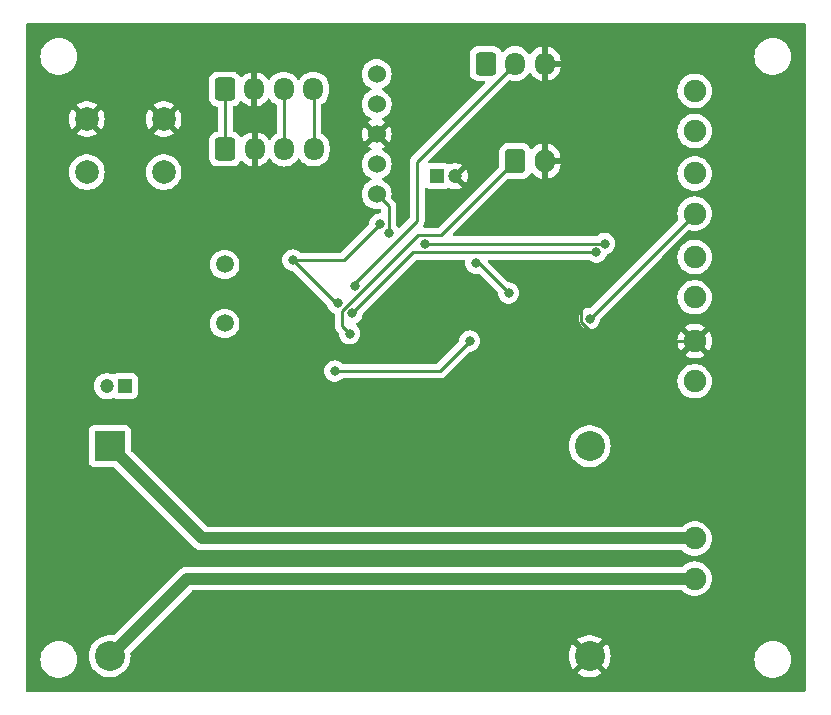
<source format=gbr>
%TF.GenerationSoftware,KiCad,Pcbnew,7.0.10*%
%TF.CreationDate,2025-01-30T22:16:48+01:00*%
%TF.ProjectId,bike_computer,62696b65-5f63-46f6-9d70-757465722e6b,rev?*%
%TF.SameCoordinates,Original*%
%TF.FileFunction,Copper,L2,Bot*%
%TF.FilePolarity,Positive*%
%FSLAX46Y46*%
G04 Gerber Fmt 4.6, Leading zero omitted, Abs format (unit mm)*
G04 Created by KiCad (PCBNEW 7.0.10) date 2025-01-30 22:16:48*
%MOMM*%
%LPD*%
G01*
G04 APERTURE LIST*
G04 Aperture macros list*
%AMRoundRect*
0 Rectangle with rounded corners*
0 $1 Rounding radius*
0 $2 $3 $4 $5 $6 $7 $8 $9 X,Y pos of 4 corners*
0 Add a 4 corners polygon primitive as box body*
4,1,4,$2,$3,$4,$5,$6,$7,$8,$9,$2,$3,0*
0 Add four circle primitives for the rounded corners*
1,1,$1+$1,$2,$3*
1,1,$1+$1,$4,$5*
1,1,$1+$1,$6,$7*
1,1,$1+$1,$8,$9*
0 Add four rect primitives between the rounded corners*
20,1,$1+$1,$2,$3,$4,$5,0*
20,1,$1+$1,$4,$5,$6,$7,0*
20,1,$1+$1,$6,$7,$8,$9,0*
20,1,$1+$1,$8,$9,$2,$3,0*%
G04 Aperture macros list end*
%TA.AperFunction,ComponentPad*%
%ADD10C,1.524000*%
%TD*%
%TA.AperFunction,ComponentPad*%
%ADD11C,1.905000*%
%TD*%
%TA.AperFunction,ComponentPad*%
%ADD12R,1.200000X1.200000*%
%TD*%
%TA.AperFunction,ComponentPad*%
%ADD13C,1.200000*%
%TD*%
%TA.AperFunction,ComponentPad*%
%ADD14C,2.000000*%
%TD*%
%TA.AperFunction,ComponentPad*%
%ADD15R,2.540000X2.540000*%
%TD*%
%TA.AperFunction,ComponentPad*%
%ADD16C,2.540000*%
%TD*%
%TA.AperFunction,ComponentPad*%
%ADD17RoundRect,0.250000X-0.600000X-0.725000X0.600000X-0.725000X0.600000X0.725000X-0.600000X0.725000X0*%
%TD*%
%TA.AperFunction,ComponentPad*%
%ADD18O,1.700000X1.950000*%
%TD*%
%TA.AperFunction,ComponentPad*%
%ADD19RoundRect,0.250000X-0.600000X-0.750000X0.600000X-0.750000X0.600000X0.750000X-0.600000X0.750000X0*%
%TD*%
%TA.AperFunction,ComponentPad*%
%ADD20O,1.700000X2.000000*%
%TD*%
%TA.AperFunction,ComponentPad*%
%ADD21C,1.500000*%
%TD*%
%TA.AperFunction,ViaPad*%
%ADD22C,0.800000*%
%TD*%
%TA.AperFunction,Conductor*%
%ADD23C,0.250000*%
%TD*%
%TA.AperFunction,Conductor*%
%ADD24C,1.000000*%
%TD*%
G04 APERTURE END LIST*
D10*
%TO.P,P1,1,VIN*%
%TO.N,unconnected-(P1-VIN-Pad1)*%
X137922000Y-72136000D03*
%TO.P,P1,2,3V3*%
%TO.N,+3V3*%
X137922000Y-74676000D03*
%TO.P,P1,3,GND*%
%TO.N,GND*%
X137922000Y-77216000D03*
%TO.P,P1,4,SWCLK*%
%TO.N,SWCLK*%
X137922000Y-79756000D03*
%TO.P,P1,5,SWDIO*%
%TO.N,SWDIO*%
X137922000Y-82296000D03*
%TD*%
D11*
%TO.P,J6,1*%
%TO.N,+6V*%
X164846000Y-83950000D03*
%TO.P,J6,2*%
%TO.N,Net-(Q2-D)*%
X164846000Y-80550000D03*
%TD*%
%TO.P,J4,1*%
%TO.N,+6V*%
X164846000Y-98142000D03*
%TO.P,J4,2*%
%TO.N,GND*%
X164846000Y-94742000D03*
%TD*%
%TO.P,J7,1*%
%TO.N,+6V*%
X164846000Y-76962000D03*
%TO.P,J7,2*%
%TO.N,Net-(Q3-D)*%
X164846000Y-73562000D03*
%TD*%
D12*
%TO.P,C3,1*%
%TO.N,+3V3*%
X143026000Y-80772000D03*
D13*
%TO.P,C3,2*%
%TO.N,GND*%
X144526000Y-80772000D03*
%TD*%
D11*
%TO.P,J5,1*%
%TO.N,SERVO_SIGNAL*%
X164846000Y-91030000D03*
%TO.P,J5,2*%
%TO.N,HALL_SENS*%
X164846000Y-87630000D03*
%TD*%
D14*
%TO.P,SW1,1,A*%
%TO.N,GND*%
X113388000Y-75946000D03*
X119888000Y-75946000D03*
%TO.P,SW1,2,B*%
%TO.N,NRST*%
X113388000Y-80446000D03*
X119888000Y-80446000D03*
%TD*%
D11*
%TO.P,J1,1*%
%TO.N,Net-(C11-Pad2)*%
X164846000Y-114857000D03*
%TO.P,J1,2*%
%TO.N,+BATT*%
X164846000Y-111457000D03*
%TD*%
D15*
%TO.P,U3,1,Vin*%
%TO.N,+BATT*%
X115316000Y-103632000D03*
D16*
%TO.P,U3,2,GND*%
%TO.N,Net-(C11-Pad2)*%
X115316000Y-121412000D03*
%TO.P,U3,3,GND*%
%TO.N,GND*%
X155956000Y-121412000D03*
%TO.P,U3,4,Vout*%
%TO.N,+6V*%
X155956000Y-103632000D03*
%TD*%
D17*
%TO.P,J9,1,Pin_1*%
%TO.N,+3V3*%
X147146000Y-71247000D03*
D18*
%TO.P,J9,2,Pin_2*%
%TO.N,MENU_ADC*%
X149646000Y-71247000D03*
%TO.P,J9,3,Pin_3*%
%TO.N,GND*%
X152146000Y-71247000D03*
%TD*%
D12*
%TO.P,C11,1*%
%TO.N,+BATT*%
X116586000Y-98552000D03*
D13*
%TO.P,C11,2*%
%TO.N,Net-(C11-Pad2)*%
X115086000Y-98552000D03*
%TD*%
D17*
%TO.P,J2,1,Pin_1*%
%TO.N,+3V3*%
X125088000Y-78486000D03*
D18*
%TO.P,J2,2,Pin_2*%
%TO.N,GND*%
X127588000Y-78486000D03*
%TO.P,J2,3,Pin_3*%
%TO.N,SDA*%
X130088000Y-78486000D03*
%TO.P,J2,4,Pin_4*%
%TO.N,SCL*%
X132588000Y-78486000D03*
%TD*%
D17*
%TO.P,J3,1,Pin_1*%
%TO.N,+3V3*%
X125048000Y-73406000D03*
D18*
%TO.P,J3,2,Pin_2*%
%TO.N,GND*%
X127548000Y-73406000D03*
%TO.P,J3,3,Pin_3*%
%TO.N,SDA*%
X130048000Y-73406000D03*
%TO.P,J3,4,Pin_4*%
%TO.N,SCL*%
X132548000Y-73406000D03*
%TD*%
D19*
%TO.P,J8,1,Pin_1*%
%TO.N,BUTTON*%
X149646000Y-79502000D03*
D20*
%TO.P,J8,2,Pin_2*%
%TO.N,GND*%
X152146000Y-79502000D03*
%TD*%
D21*
%TO.P,Y1,1,1*%
%TO.N,OSCOUT*%
X125044200Y-93254200D03*
%TO.P,Y1,2,2*%
%TO.N,OSCIN*%
X125044200Y-88254200D03*
%TD*%
D22*
%TO.N,GND*%
X162052000Y-91948000D03*
X131318000Y-83312000D03*
X136652000Y-98806000D03*
X142748000Y-88646000D03*
%TO.N,SWDIO*%
X138938000Y-85598000D03*
%TO.N,+6V*%
X155956000Y-92840000D03*
%TO.N,GND*%
X156210000Y-90932000D03*
%TO.N,+3V3*%
X134623674Y-91554021D03*
X146304000Y-88138000D03*
X138176000Y-84836000D03*
X130810000Y-87884000D03*
X149098000Y-90678000D03*
%TO.N,HALL_SENS*%
X145796000Y-94742000D03*
X134366000Y-97282000D03*
%TO.N,BUTTON*%
X135636000Y-94107000D03*
%TO.N,MENU_ADC*%
X136075847Y-90101847D03*
%TO.N,SERVO_PWM*%
X141986000Y-86487000D03*
X157226000Y-86487000D03*
%TO.N,HEADLIGHT*%
X135831153Y-92397153D03*
X156518891Y-87212000D03*
%TD*%
D23*
%TO.N,SERVO_PWM*%
X157226000Y-86487000D02*
X141986000Y-86487000D01*
%TO.N,+3V3*%
X125088000Y-73446000D02*
X125048000Y-73406000D01*
X125088000Y-78486000D02*
X125088000Y-73446000D01*
%TO.N,GND*%
X127588000Y-73446000D02*
X127548000Y-73406000D01*
X127588000Y-78486000D02*
X127588000Y-73446000D01*
%TO.N,SCL*%
X132588000Y-73446000D02*
X132548000Y-73406000D01*
X132588000Y-78486000D02*
X132588000Y-73446000D01*
%TO.N,SDA*%
X130088000Y-73446000D02*
X130048000Y-73406000D01*
X130088000Y-78486000D02*
X130088000Y-73446000D01*
%TO.N,SWDIO*%
X138938000Y-83312000D02*
X137922000Y-82296000D01*
X138938000Y-85598000D02*
X138938000Y-83312000D01*
%TO.N,+6V*%
X155956000Y-92840000D02*
X164846000Y-83950000D01*
%TO.N,GND*%
X156832695Y-94742000D02*
X155231000Y-93140305D01*
X164846000Y-94742000D02*
X156832695Y-94742000D01*
X155231000Y-91911000D02*
X156210000Y-90932000D01*
X155231000Y-93140305D02*
X155231000Y-91911000D01*
%TO.N,+3V3*%
X135128000Y-87884000D02*
X138176000Y-84836000D01*
X146558000Y-88138000D02*
X146304000Y-88138000D01*
X130810000Y-87884000D02*
X134480021Y-91554021D01*
X149098000Y-90678000D02*
X146558000Y-88138000D01*
X134480021Y-91554021D02*
X134623674Y-91554021D01*
X130810000Y-87884000D02*
X135128000Y-87884000D01*
%TO.N,HALL_SENS*%
X143256000Y-97282000D02*
X145796000Y-94742000D01*
X134366000Y-97282000D02*
X143256000Y-97282000D01*
D24*
%TO.N,+BATT*%
X164846000Y-111457000D02*
X123141000Y-111457000D01*
X123141000Y-111457000D02*
X115316000Y-103632000D01*
D23*
%TO.N,BUTTON*%
X135001000Y-92202000D02*
X135001000Y-93472000D01*
X135001000Y-93472000D02*
X135636000Y-94107000D01*
X141441000Y-85762000D02*
X135001000Y-92202000D01*
X143386000Y-85762000D02*
X141441000Y-85762000D01*
X149646000Y-79502000D02*
X143386000Y-85762000D01*
%TO.N,MENU_ADC*%
X141351000Y-79542000D02*
X149646000Y-71247000D01*
X141351000Y-84582000D02*
X141351000Y-79542000D01*
X136075847Y-90101847D02*
X136075847Y-89857153D01*
X136075847Y-89857153D02*
X141351000Y-84582000D01*
%TO.N,HEADLIGHT*%
X135831153Y-92397153D02*
X141016306Y-87212000D01*
X141016306Y-87212000D02*
X156518891Y-87212000D01*
D24*
%TO.N,Net-(C11-Pad2)*%
X121871000Y-114857000D02*
X115316000Y-121412000D01*
X164846000Y-114857000D02*
X121871000Y-114857000D01*
%TD*%
%TA.AperFunction,Conductor*%
%TO.N,GND*%
G36*
X144227262Y-80799493D02*
G01*
X144226642Y-80798358D01*
X144226866Y-80795221D01*
X144227262Y-80799493D01*
G37*
%TD.AperFunction*%
%TA.AperFunction,Conductor*%
G36*
X127798000Y-74861633D02*
G01*
X128011483Y-74804433D01*
X128011492Y-74804429D01*
X128225577Y-74704600D01*
X128225579Y-74704599D01*
X128419073Y-74569113D01*
X128419079Y-74569108D01*
X128586108Y-74402079D01*
X128586113Y-74402073D01*
X128696119Y-74244967D01*
X128750695Y-74201342D01*
X128820194Y-74194148D01*
X128882549Y-74225670D01*
X128899269Y-74244967D01*
X129009505Y-74402402D01*
X129094020Y-74486916D01*
X129176599Y-74569495D01*
X129219675Y-74599657D01*
X129370165Y-74705032D01*
X129370166Y-74705032D01*
X129370170Y-74705035D01*
X129390905Y-74714703D01*
X129443343Y-74760873D01*
X129462500Y-74827085D01*
X129462500Y-77085773D01*
X129442815Y-77152812D01*
X129409623Y-77187348D01*
X129216597Y-77322505D01*
X129049508Y-77489594D01*
X128939269Y-77647032D01*
X128884692Y-77690656D01*
X128815193Y-77697849D01*
X128752839Y-77666327D01*
X128736119Y-77647031D01*
X128626113Y-77489926D01*
X128626108Y-77489920D01*
X128459082Y-77322894D01*
X128265578Y-77187399D01*
X128051492Y-77087570D01*
X128051486Y-77087567D01*
X127838000Y-77030364D01*
X127838000Y-78077981D01*
X127723199Y-78025554D01*
X127621975Y-78011000D01*
X127554025Y-78011000D01*
X127452801Y-78025554D01*
X127338000Y-78077981D01*
X127338000Y-77030364D01*
X127337999Y-77030364D01*
X127124513Y-77087567D01*
X127124507Y-77087570D01*
X126910422Y-77187399D01*
X126910420Y-77187400D01*
X126716926Y-77322886D01*
X126569668Y-77470144D01*
X126508345Y-77503628D01*
X126438653Y-77498644D01*
X126382720Y-77456772D01*
X126376448Y-77447558D01*
X126369310Y-77435986D01*
X126280712Y-77292344D01*
X126156656Y-77168288D01*
X126022877Y-77085773D01*
X126007336Y-77076187D01*
X126007331Y-77076185D01*
X126005862Y-77075698D01*
X125840797Y-77021001D01*
X125836965Y-77020609D01*
X125824894Y-77019376D01*
X125760203Y-76992978D01*
X125720053Y-76935796D01*
X125713500Y-76896018D01*
X125713500Y-74989467D01*
X125733185Y-74922428D01*
X125785989Y-74876673D01*
X125798496Y-74871761D01*
X125800794Y-74870999D01*
X125800797Y-74870999D01*
X125967334Y-74815814D01*
X126116656Y-74723712D01*
X126240712Y-74599656D01*
X126332814Y-74450334D01*
X126332814Y-74450333D01*
X126336448Y-74444442D01*
X126388396Y-74397717D01*
X126457358Y-74386494D01*
X126521441Y-74414337D01*
X126529668Y-74421856D01*
X126676921Y-74569108D01*
X126870421Y-74704600D01*
X127084507Y-74804429D01*
X127084516Y-74804433D01*
X127298000Y-74861634D01*
X127298000Y-73814018D01*
X127412801Y-73866446D01*
X127514025Y-73881000D01*
X127581975Y-73881000D01*
X127683199Y-73866446D01*
X127798000Y-73814018D01*
X127798000Y-74861633D01*
G37*
%TD.AperFunction*%
%TA.AperFunction,Conductor*%
G36*
X174187039Y-67837685D02*
G01*
X174232794Y-67890489D01*
X174244000Y-67942000D01*
X174244000Y-124336000D01*
X174224315Y-124403039D01*
X174171511Y-124448794D01*
X174120000Y-124460000D01*
X108328000Y-124460000D01*
X108260961Y-124440315D01*
X108215206Y-124387511D01*
X108204000Y-124336000D01*
X108204000Y-121692000D01*
X109442706Y-121692000D01*
X109461853Y-121935297D01*
X109461853Y-121935300D01*
X109461854Y-121935302D01*
X109518827Y-122172609D01*
X109518830Y-122172619D01*
X109612222Y-122398089D01*
X109739737Y-122606173D01*
X109739738Y-122606176D01*
X109739741Y-122606179D01*
X109898241Y-122791759D01*
X110034135Y-122907823D01*
X110083823Y-122950261D01*
X110083825Y-122950261D01*
X110291911Y-123077777D01*
X110328588Y-123092969D01*
X110331571Y-123094293D01*
X110332336Y-123094583D01*
X110335806Y-123095959D01*
X110517388Y-123171172D01*
X110517389Y-123171172D01*
X110517391Y-123171173D01*
X110543263Y-123177384D01*
X110555847Y-123180405D01*
X110561398Y-123181874D01*
X110566059Y-123183224D01*
X110566061Y-123183225D01*
X110566062Y-123183225D01*
X110566065Y-123183226D01*
X110569716Y-123183971D01*
X110574220Y-123184890D01*
X110578311Y-123185798D01*
X110754698Y-123228146D01*
X110798196Y-123231569D01*
X110805889Y-123232653D01*
X110805896Y-123232599D01*
X110810853Y-123233200D01*
X110810854Y-123233200D01*
X110810864Y-123233202D01*
X110825101Y-123233775D01*
X110829722Y-123234050D01*
X110998000Y-123247294D01*
X111045717Y-123243538D01*
X111060442Y-123243259D01*
X111060514Y-123243262D01*
X111078720Y-123241051D01*
X111083856Y-123240537D01*
X111241302Y-123228146D01*
X111291987Y-123215977D01*
X111305973Y-123213458D01*
X111308544Y-123213146D01*
X111328866Y-123207259D01*
X111334375Y-123205800D01*
X111478612Y-123171172D01*
X111530777Y-123149564D01*
X111543713Y-123145028D01*
X111548532Y-123143633D01*
X111569376Y-123133742D01*
X111574945Y-123131269D01*
X111704089Y-123077777D01*
X111755993Y-123045969D01*
X111767602Y-123039682D01*
X111774261Y-123036523D01*
X111794062Y-123022855D01*
X111799685Y-123019195D01*
X111912179Y-122950259D01*
X111961885Y-122907805D01*
X111971943Y-122900072D01*
X111979885Y-122894591D01*
X111997600Y-122877575D01*
X112002869Y-122872802D01*
X112097759Y-122791759D01*
X112143169Y-122738591D01*
X112151563Y-122729692D01*
X112153548Y-122727784D01*
X112160079Y-122721512D01*
X112174789Y-122701935D01*
X112179582Y-122695955D01*
X112256259Y-122606179D01*
X112295241Y-122542565D01*
X112301814Y-122532896D01*
X112310176Y-122521770D01*
X112321346Y-122500486D01*
X112325379Y-122493384D01*
X112383777Y-122398089D01*
X112414165Y-122324725D01*
X112418913Y-122314587D01*
X112426288Y-122300537D01*
X112433650Y-122278483D01*
X112436682Y-122270363D01*
X112477172Y-122172612D01*
X112496859Y-122090611D01*
X112499805Y-122080323D01*
X112505408Y-122063543D01*
X112508972Y-122041610D01*
X112510768Y-122032672D01*
X112534146Y-121935302D01*
X112541160Y-121846174D01*
X112542380Y-121836042D01*
X112545487Y-121816926D01*
X112546109Y-121785979D01*
X112546466Y-121778754D01*
X112547505Y-121765553D01*
X112553294Y-121692000D01*
X112546465Y-121605235D01*
X112546109Y-121598008D01*
X112545487Y-121567074D01*
X112542380Y-121547957D01*
X112541159Y-121537814D01*
X112534146Y-121448698D01*
X112525336Y-121412004D01*
X113540535Y-121412004D01*
X113560363Y-121676609D01*
X113560364Y-121676614D01*
X113560364Y-121676618D01*
X113560365Y-121676619D01*
X113563876Y-121692000D01*
X113619410Y-121935313D01*
X113619412Y-121935322D01*
X113619414Y-121935327D01*
X113716361Y-122182345D01*
X113849042Y-122412155D01*
X114014492Y-122619623D01*
X114209016Y-122800114D01*
X114428268Y-122949598D01*
X114428273Y-122949600D01*
X114428274Y-122949601D01*
X114428276Y-122949602D01*
X114429647Y-122950262D01*
X114667350Y-123064734D01*
X114920922Y-123142950D01*
X114920923Y-123142950D01*
X114920926Y-123142951D01*
X115183311Y-123182499D01*
X115183316Y-123182499D01*
X115183319Y-123182500D01*
X115183320Y-123182500D01*
X115448680Y-123182500D01*
X115448681Y-123182500D01*
X115448688Y-123182499D01*
X115711073Y-123142951D01*
X115711074Y-123142950D01*
X115711078Y-123142950D01*
X115964650Y-123064734D01*
X116202354Y-122950262D01*
X116203725Y-122949602D01*
X116203725Y-122949601D01*
X116203733Y-122949598D01*
X116422984Y-122800114D01*
X116617508Y-122619623D01*
X116782958Y-122412155D01*
X116915639Y-122182345D01*
X117012586Y-121935327D01*
X117071635Y-121676619D01*
X117071641Y-121676540D01*
X117091465Y-121412004D01*
X154181037Y-121412004D01*
X154200860Y-121676535D01*
X154200861Y-121676540D01*
X154259890Y-121935166D01*
X154259896Y-121935185D01*
X154356814Y-122182128D01*
X154356813Y-122182128D01*
X154489457Y-122411871D01*
X154539642Y-122474803D01*
X154539643Y-122474803D01*
X155472923Y-121541523D01*
X155496507Y-121621844D01*
X155574239Y-121742798D01*
X155682900Y-121836952D01*
X155813685Y-121896680D01*
X155823466Y-121898086D01*
X154892438Y-122829112D01*
X155068525Y-122949166D01*
X155068526Y-122949167D01*
X155307530Y-123064264D01*
X155307528Y-123064264D01*
X155561025Y-123142458D01*
X155561031Y-123142459D01*
X155823351Y-123181999D01*
X155823358Y-123182000D01*
X156088642Y-123182000D01*
X156088648Y-123181999D01*
X156350968Y-123142459D01*
X156350974Y-123142458D01*
X156604470Y-123064264D01*
X156843479Y-122949164D01*
X157019560Y-122829112D01*
X156088533Y-121898086D01*
X156098315Y-121896680D01*
X156229100Y-121836952D01*
X156337761Y-121742798D01*
X156415493Y-121621844D01*
X156439076Y-121541524D01*
X157372355Y-122474803D01*
X157372356Y-122474802D01*
X157422545Y-122411869D01*
X157555185Y-122182128D01*
X157652103Y-121935185D01*
X157652109Y-121935166D01*
X157707609Y-121692000D01*
X169894706Y-121692000D01*
X169913853Y-121935297D01*
X169913853Y-121935300D01*
X169913854Y-121935302D01*
X169970827Y-122172609D01*
X169970830Y-122172619D01*
X170064222Y-122398089D01*
X170191737Y-122606173D01*
X170191738Y-122606176D01*
X170191741Y-122606179D01*
X170350241Y-122791759D01*
X170486135Y-122907823D01*
X170535823Y-122950261D01*
X170535825Y-122950261D01*
X170743911Y-123077777D01*
X170780588Y-123092969D01*
X170783571Y-123094293D01*
X170784336Y-123094583D01*
X170787806Y-123095959D01*
X170969388Y-123171172D01*
X170969389Y-123171172D01*
X170969391Y-123171173D01*
X170995263Y-123177384D01*
X171007847Y-123180405D01*
X171013398Y-123181874D01*
X171018059Y-123183224D01*
X171018061Y-123183225D01*
X171018062Y-123183225D01*
X171018065Y-123183226D01*
X171021716Y-123183971D01*
X171026220Y-123184890D01*
X171030311Y-123185798D01*
X171206698Y-123228146D01*
X171250196Y-123231569D01*
X171257889Y-123232653D01*
X171257896Y-123232599D01*
X171262853Y-123233200D01*
X171262854Y-123233200D01*
X171262864Y-123233202D01*
X171277101Y-123233775D01*
X171281722Y-123234050D01*
X171450000Y-123247294D01*
X171497717Y-123243538D01*
X171512442Y-123243259D01*
X171512514Y-123243262D01*
X171530720Y-123241051D01*
X171535856Y-123240537D01*
X171693302Y-123228146D01*
X171743987Y-123215977D01*
X171757973Y-123213458D01*
X171760544Y-123213146D01*
X171780866Y-123207259D01*
X171786375Y-123205800D01*
X171930612Y-123171172D01*
X171982777Y-123149564D01*
X171995713Y-123145028D01*
X172000532Y-123143633D01*
X172021376Y-123133742D01*
X172026945Y-123131269D01*
X172156089Y-123077777D01*
X172207993Y-123045969D01*
X172219602Y-123039682D01*
X172226261Y-123036523D01*
X172246062Y-123022855D01*
X172251685Y-123019195D01*
X172364179Y-122950259D01*
X172413885Y-122907805D01*
X172423943Y-122900072D01*
X172431885Y-122894591D01*
X172449600Y-122877575D01*
X172454869Y-122872802D01*
X172549759Y-122791759D01*
X172595169Y-122738591D01*
X172603563Y-122729692D01*
X172605548Y-122727784D01*
X172612079Y-122721512D01*
X172626789Y-122701935D01*
X172631582Y-122695955D01*
X172708259Y-122606179D01*
X172747241Y-122542565D01*
X172753814Y-122532896D01*
X172762176Y-122521770D01*
X172773346Y-122500486D01*
X172777379Y-122493384D01*
X172835777Y-122398089D01*
X172866165Y-122324725D01*
X172870913Y-122314587D01*
X172878288Y-122300537D01*
X172885650Y-122278483D01*
X172888682Y-122270363D01*
X172929172Y-122172612D01*
X172948859Y-122090611D01*
X172951805Y-122080323D01*
X172957408Y-122063543D01*
X172960972Y-122041610D01*
X172962768Y-122032672D01*
X172986146Y-121935302D01*
X172993160Y-121846174D01*
X172994380Y-121836042D01*
X172997487Y-121816926D01*
X172998109Y-121785979D01*
X172998466Y-121778754D01*
X172999505Y-121765553D01*
X173005294Y-121692000D01*
X172998465Y-121605235D01*
X172998109Y-121598008D01*
X172997487Y-121567074D01*
X172994380Y-121547957D01*
X172993159Y-121537814D01*
X172986146Y-121448698D01*
X172962776Y-121351358D01*
X172960965Y-121342347D01*
X172957408Y-121320457D01*
X172951801Y-121303664D01*
X172948855Y-121293373D01*
X172929172Y-121211388D01*
X172888688Y-121113651D01*
X172885654Y-121105528D01*
X172878288Y-121083463D01*
X172870912Y-121069410D01*
X172866161Y-121059267D01*
X172835777Y-120985911D01*
X172777381Y-120890618D01*
X172773345Y-120883512D01*
X172762176Y-120862230D01*
X172753826Y-120851118D01*
X172747238Y-120841428D01*
X172708259Y-120777821D01*
X172631595Y-120688059D01*
X172626772Y-120682041D01*
X172612079Y-120662488D01*
X172603560Y-120654305D01*
X172595170Y-120645410D01*
X172549759Y-120592241D01*
X172454890Y-120511215D01*
X172449585Y-120506410D01*
X172431885Y-120489409D01*
X172423952Y-120483933D01*
X172413867Y-120476178D01*
X172364179Y-120433741D01*
X172364170Y-120433734D01*
X172251709Y-120364818D01*
X172246064Y-120361144D01*
X172226265Y-120347479D01*
X172226259Y-120347475D01*
X172219594Y-120344312D01*
X172207978Y-120338020D01*
X172156084Y-120306220D01*
X172156077Y-120306217D01*
X172027011Y-120252757D01*
X172021306Y-120250224D01*
X172000533Y-120240367D01*
X172000519Y-120240362D01*
X171995701Y-120238966D01*
X171982764Y-120234428D01*
X171930622Y-120212831D01*
X171930606Y-120212826D01*
X171786396Y-120178202D01*
X171780854Y-120176736D01*
X171769899Y-120173563D01*
X171760544Y-120170854D01*
X171760535Y-120170852D01*
X171760526Y-120170851D01*
X171757952Y-120170538D01*
X171743984Y-120168021D01*
X171693302Y-120155854D01*
X171535898Y-120143465D01*
X171530687Y-120142944D01*
X171512519Y-120140738D01*
X171512500Y-120140738D01*
X171512406Y-120140742D01*
X171497709Y-120140460D01*
X171454674Y-120137073D01*
X171450000Y-120136706D01*
X171449999Y-120136706D01*
X171281769Y-120149944D01*
X171277046Y-120150225D01*
X171262870Y-120150797D01*
X171257907Y-120151400D01*
X171257900Y-120151345D01*
X171250206Y-120152428D01*
X171206707Y-120155853D01*
X171206702Y-120155853D01*
X171206698Y-120155854D01*
X171206695Y-120155854D01*
X171206693Y-120155855D01*
X171030340Y-120198193D01*
X171026208Y-120199111D01*
X171018058Y-120200775D01*
X171013391Y-120202127D01*
X171007855Y-120203592D01*
X170969391Y-120212827D01*
X170969385Y-120212828D01*
X170787865Y-120288016D01*
X170784418Y-120289384D01*
X170783612Y-120289689D01*
X170780627Y-120291014D01*
X170743909Y-120306223D01*
X170743904Y-120306226D01*
X170535826Y-120433737D01*
X170535823Y-120433738D01*
X170350241Y-120592241D01*
X170191738Y-120777823D01*
X170191737Y-120777826D01*
X170064222Y-120985910D01*
X169970830Y-121211380D01*
X169970828Y-121211387D01*
X169970828Y-121211388D01*
X169948674Y-121303664D01*
X169913853Y-121448702D01*
X169894706Y-121692000D01*
X157707609Y-121692000D01*
X157711138Y-121676540D01*
X157711139Y-121676535D01*
X157730963Y-121412004D01*
X157730963Y-121411995D01*
X157711139Y-121147464D01*
X157711138Y-121147459D01*
X157652109Y-120888833D01*
X157652103Y-120888814D01*
X157555185Y-120641871D01*
X157555186Y-120641871D01*
X157422543Y-120412129D01*
X157422536Y-120412118D01*
X157372356Y-120349196D01*
X157372355Y-120349195D01*
X156439076Y-121282475D01*
X156415493Y-121202156D01*
X156337761Y-121081202D01*
X156229100Y-120987048D01*
X156098315Y-120927320D01*
X156088534Y-120925913D01*
X157019560Y-119994886D01*
X156843484Y-119874839D01*
X156843474Y-119874832D01*
X156604469Y-119759735D01*
X156604471Y-119759735D01*
X156350974Y-119681541D01*
X156350968Y-119681540D01*
X156088648Y-119642000D01*
X155823351Y-119642000D01*
X155561031Y-119681540D01*
X155561025Y-119681541D01*
X155307529Y-119759735D01*
X155068526Y-119874832D01*
X155068518Y-119874837D01*
X154892438Y-119994886D01*
X155823466Y-120925913D01*
X155813685Y-120927320D01*
X155682900Y-120987048D01*
X155574239Y-121081202D01*
X155496507Y-121202156D01*
X155472923Y-121282476D01*
X154539643Y-120349196D01*
X154489456Y-120412128D01*
X154356814Y-120641871D01*
X154259896Y-120888814D01*
X154259890Y-120888833D01*
X154200861Y-121147459D01*
X154200860Y-121147464D01*
X154181037Y-121411995D01*
X154181037Y-121412004D01*
X117091465Y-121412004D01*
X117091465Y-121411995D01*
X117071636Y-121147396D01*
X117071635Y-121147381D01*
X117071631Y-121147364D01*
X117071000Y-121143177D01*
X117080458Y-121073951D01*
X117105927Y-121036992D01*
X122249101Y-115893819D01*
X122310424Y-115860334D01*
X122336782Y-115857500D01*
X163737708Y-115857500D01*
X163804747Y-115877185D01*
X163828934Y-115897514D01*
X163858537Y-115929671D01*
X164048561Y-116077572D01*
X164260336Y-116192179D01*
X164378598Y-116232778D01*
X164488083Y-116270365D01*
X164488085Y-116270365D01*
X164488087Y-116270366D01*
X164725601Y-116310000D01*
X164725602Y-116310000D01*
X164966398Y-116310000D01*
X164966399Y-116310000D01*
X165203913Y-116270366D01*
X165431664Y-116192179D01*
X165643439Y-116077572D01*
X165833463Y-115929671D01*
X165996551Y-115752510D01*
X166128255Y-115550922D01*
X166224983Y-115330405D01*
X166284095Y-115096976D01*
X166303980Y-114857000D01*
X166284095Y-114617024D01*
X166224983Y-114383595D01*
X166128255Y-114163078D01*
X165996551Y-113961490D01*
X165833463Y-113784329D01*
X165699358Y-113679951D01*
X165643441Y-113636429D01*
X165431665Y-113521821D01*
X165431656Y-113521818D01*
X165203916Y-113443634D01*
X165025777Y-113413908D01*
X164966399Y-113404000D01*
X164725601Y-113404000D01*
X164678098Y-113411926D01*
X164488083Y-113443634D01*
X164260343Y-113521818D01*
X164260334Y-113521821D01*
X164048558Y-113636429D01*
X163914456Y-113740805D01*
X163858537Y-113784329D01*
X163828936Y-113816484D01*
X163769051Y-113852473D01*
X163737708Y-113856500D01*
X121885278Y-113856500D01*
X121882138Y-113856460D01*
X121794637Y-113854243D01*
X121794628Y-113854243D01*
X121736578Y-113864648D01*
X121727252Y-113865956D01*
X121668564Y-113871925D01*
X121668562Y-113871926D01*
X121639526Y-113881035D01*
X121624290Y-113884774D01*
X121594350Y-113890141D01*
X121594349Y-113890141D01*
X121539567Y-113912022D01*
X121530698Y-113915179D01*
X121474414Y-113932840D01*
X121474410Y-113932842D01*
X121447811Y-113947605D01*
X121433638Y-113954336D01*
X121405382Y-113965623D01*
X121405378Y-113965625D01*
X121356122Y-113998086D01*
X121348069Y-114002965D01*
X121296501Y-114031588D01*
X121273413Y-114051408D01*
X121260887Y-114060852D01*
X121235485Y-114077594D01*
X121235478Y-114077600D01*
X121193774Y-114119303D01*
X121186869Y-114125703D01*
X121142102Y-114164136D01*
X121123480Y-114188193D01*
X121113108Y-114199969D01*
X115686646Y-119626432D01*
X115625323Y-119659917D01*
X115580483Y-119661366D01*
X115448686Y-119641500D01*
X115448681Y-119641500D01*
X115183319Y-119641500D01*
X115183311Y-119641500D01*
X114920926Y-119681048D01*
X114920916Y-119681051D01*
X114667363Y-119759261D01*
X114667344Y-119759268D01*
X114428276Y-119874397D01*
X114428274Y-119874398D01*
X114209015Y-120023886D01*
X114014494Y-120204375D01*
X114014492Y-120204377D01*
X113849042Y-120411845D01*
X113716361Y-120641654D01*
X113619416Y-120888667D01*
X113619410Y-120888686D01*
X113560364Y-121147385D01*
X113560363Y-121147390D01*
X113540535Y-121411995D01*
X113540535Y-121412004D01*
X112525336Y-121412004D01*
X112510776Y-121351358D01*
X112508965Y-121342347D01*
X112505408Y-121320457D01*
X112499801Y-121303664D01*
X112496855Y-121293373D01*
X112477172Y-121211388D01*
X112436688Y-121113651D01*
X112433654Y-121105528D01*
X112426288Y-121083463D01*
X112418912Y-121069410D01*
X112414161Y-121059267D01*
X112383777Y-120985911D01*
X112325381Y-120890618D01*
X112321345Y-120883512D01*
X112310176Y-120862230D01*
X112301826Y-120851118D01*
X112295238Y-120841428D01*
X112256259Y-120777821D01*
X112179595Y-120688059D01*
X112174772Y-120682041D01*
X112160079Y-120662488D01*
X112151560Y-120654305D01*
X112143170Y-120645410D01*
X112097759Y-120592241D01*
X112002890Y-120511215D01*
X111997585Y-120506410D01*
X111979885Y-120489409D01*
X111971952Y-120483933D01*
X111961867Y-120476178D01*
X111912179Y-120433741D01*
X111912170Y-120433734D01*
X111799709Y-120364818D01*
X111794064Y-120361144D01*
X111774265Y-120347479D01*
X111774259Y-120347475D01*
X111767594Y-120344312D01*
X111755978Y-120338020D01*
X111704084Y-120306220D01*
X111704077Y-120306217D01*
X111575011Y-120252757D01*
X111569306Y-120250224D01*
X111548533Y-120240367D01*
X111548519Y-120240362D01*
X111543701Y-120238966D01*
X111530764Y-120234428D01*
X111478622Y-120212831D01*
X111478606Y-120212826D01*
X111334396Y-120178202D01*
X111328854Y-120176736D01*
X111317899Y-120173563D01*
X111308544Y-120170854D01*
X111308535Y-120170852D01*
X111308526Y-120170851D01*
X111305952Y-120170538D01*
X111291984Y-120168021D01*
X111241302Y-120155854D01*
X111083898Y-120143465D01*
X111078687Y-120142944D01*
X111060519Y-120140738D01*
X111060500Y-120140738D01*
X111060406Y-120140742D01*
X111045709Y-120140460D01*
X111002674Y-120137073D01*
X110998000Y-120136706D01*
X110997999Y-120136706D01*
X110829769Y-120149944D01*
X110825046Y-120150225D01*
X110810870Y-120150797D01*
X110805907Y-120151400D01*
X110805900Y-120151345D01*
X110798206Y-120152428D01*
X110754707Y-120155853D01*
X110754702Y-120155853D01*
X110754698Y-120155854D01*
X110754695Y-120155854D01*
X110754693Y-120155855D01*
X110578340Y-120198193D01*
X110574208Y-120199111D01*
X110566058Y-120200775D01*
X110561391Y-120202127D01*
X110555855Y-120203592D01*
X110517391Y-120212827D01*
X110517385Y-120212828D01*
X110335865Y-120288016D01*
X110332418Y-120289384D01*
X110331612Y-120289689D01*
X110328627Y-120291014D01*
X110291909Y-120306223D01*
X110291904Y-120306226D01*
X110083826Y-120433737D01*
X110083823Y-120433738D01*
X109898241Y-120592241D01*
X109739738Y-120777823D01*
X109739737Y-120777826D01*
X109612222Y-120985910D01*
X109518830Y-121211380D01*
X109518828Y-121211387D01*
X109518828Y-121211388D01*
X109496674Y-121303664D01*
X109461853Y-121448702D01*
X109442706Y-121692000D01*
X108204000Y-121692000D01*
X108204000Y-104949870D01*
X113545500Y-104949870D01*
X113545501Y-104949876D01*
X113551908Y-105009483D01*
X113602202Y-105144328D01*
X113602206Y-105144335D01*
X113688452Y-105259544D01*
X113688455Y-105259547D01*
X113803664Y-105345793D01*
X113803671Y-105345797D01*
X113938517Y-105396091D01*
X113938516Y-105396091D01*
X113945444Y-105396835D01*
X113998127Y-105402500D01*
X115620216Y-105402499D01*
X115687255Y-105422184D01*
X115707897Y-105438818D01*
X122423431Y-112154351D01*
X122425624Y-112156600D01*
X122485940Y-112220052D01*
X122485948Y-112220058D01*
X122534362Y-112253755D01*
X122541871Y-112259416D01*
X122587593Y-112296698D01*
X122614565Y-112310786D01*
X122627982Y-112318916D01*
X122652951Y-112336295D01*
X122707163Y-112359559D01*
X122715652Y-112363590D01*
X122767951Y-112390909D01*
X122789998Y-112397216D01*
X122797184Y-112399273D01*
X122811976Y-112404539D01*
X122839939Y-112416539D01*
X122839942Y-112416540D01*
X122897727Y-112428414D01*
X122906869Y-112430657D01*
X122963582Y-112446886D01*
X122993918Y-112449196D01*
X123009457Y-112451376D01*
X123039255Y-112457500D01*
X123039259Y-112457500D01*
X123098244Y-112457500D01*
X123107659Y-112457857D01*
X123166476Y-112462337D01*
X123196651Y-112458493D01*
X123212318Y-112457500D01*
X163737708Y-112457500D01*
X163804747Y-112477185D01*
X163828934Y-112497514D01*
X163858537Y-112529671D01*
X164048561Y-112677572D01*
X164260336Y-112792179D01*
X164378598Y-112832778D01*
X164488083Y-112870365D01*
X164488085Y-112870365D01*
X164488087Y-112870366D01*
X164725601Y-112910000D01*
X164725602Y-112910000D01*
X164966398Y-112910000D01*
X164966399Y-112910000D01*
X165203913Y-112870366D01*
X165431664Y-112792179D01*
X165643439Y-112677572D01*
X165833463Y-112529671D01*
X165996551Y-112352510D01*
X166128255Y-112150922D01*
X166224983Y-111930405D01*
X166284095Y-111696976D01*
X166303980Y-111457000D01*
X166284095Y-111217024D01*
X166224983Y-110983595D01*
X166128255Y-110763078D01*
X165996551Y-110561490D01*
X165833463Y-110384329D01*
X165699358Y-110279951D01*
X165643441Y-110236429D01*
X165431665Y-110121821D01*
X165431656Y-110121818D01*
X165203916Y-110043634D01*
X165025777Y-110013908D01*
X164966399Y-110004000D01*
X164725601Y-110004000D01*
X164678098Y-110011926D01*
X164488083Y-110043634D01*
X164260343Y-110121818D01*
X164260334Y-110121821D01*
X164048558Y-110236429D01*
X163914456Y-110340805D01*
X163858537Y-110384329D01*
X163828936Y-110416484D01*
X163769051Y-110452473D01*
X163737708Y-110456500D01*
X123606783Y-110456500D01*
X123539744Y-110436815D01*
X123519102Y-110420181D01*
X117122818Y-104023897D01*
X117089333Y-103962574D01*
X117086499Y-103936216D01*
X117086499Y-103632004D01*
X154180535Y-103632004D01*
X154200363Y-103896609D01*
X154200364Y-103896614D01*
X154259410Y-104155313D01*
X154259412Y-104155322D01*
X154259414Y-104155327D01*
X154356361Y-104402345D01*
X154489042Y-104632155D01*
X154654492Y-104839623D01*
X154849016Y-105020114D01*
X155068268Y-105169598D01*
X155307350Y-105284734D01*
X155560922Y-105362950D01*
X155560923Y-105362950D01*
X155560926Y-105362951D01*
X155823311Y-105402499D01*
X155823316Y-105402499D01*
X155823319Y-105402500D01*
X155823320Y-105402500D01*
X156088680Y-105402500D01*
X156088681Y-105402500D01*
X156088688Y-105402499D01*
X156351073Y-105362951D01*
X156351074Y-105362950D01*
X156351078Y-105362950D01*
X156604650Y-105284734D01*
X156843733Y-105169598D01*
X157062984Y-105020114D01*
X157257508Y-104839623D01*
X157422958Y-104632155D01*
X157555639Y-104402345D01*
X157652586Y-104155327D01*
X157711635Y-103896619D01*
X157731465Y-103632000D01*
X157711635Y-103367381D01*
X157652586Y-103108673D01*
X157555639Y-102861655D01*
X157422958Y-102631845D01*
X157257508Y-102424377D01*
X157062984Y-102243886D01*
X156843733Y-102094402D01*
X156843732Y-102094401D01*
X156843725Y-102094397D01*
X156604655Y-101979268D01*
X156604636Y-101979261D01*
X156351083Y-101901051D01*
X156351073Y-101901048D01*
X156088688Y-101861500D01*
X156088681Y-101861500D01*
X155823319Y-101861500D01*
X155823311Y-101861500D01*
X155560926Y-101901048D01*
X155560916Y-101901051D01*
X155307363Y-101979261D01*
X155307344Y-101979268D01*
X155068276Y-102094397D01*
X155068274Y-102094398D01*
X154849015Y-102243886D01*
X154654494Y-102424375D01*
X154654492Y-102424377D01*
X154489042Y-102631845D01*
X154356361Y-102861654D01*
X154259416Y-103108667D01*
X154259410Y-103108686D01*
X154200364Y-103367385D01*
X154200363Y-103367390D01*
X154180535Y-103631995D01*
X154180535Y-103632004D01*
X117086499Y-103632004D01*
X117086499Y-102314129D01*
X117086498Y-102314123D01*
X117086497Y-102314116D01*
X117080091Y-102254517D01*
X117029796Y-102119669D01*
X117029795Y-102119668D01*
X117029793Y-102119664D01*
X116943547Y-102004455D01*
X116943544Y-102004452D01*
X116828335Y-101918206D01*
X116828328Y-101918202D01*
X116693482Y-101867908D01*
X116693483Y-101867908D01*
X116633883Y-101861501D01*
X116633881Y-101861500D01*
X116633873Y-101861500D01*
X116633864Y-101861500D01*
X113998129Y-101861500D01*
X113998123Y-101861501D01*
X113938516Y-101867908D01*
X113803671Y-101918202D01*
X113803664Y-101918206D01*
X113688455Y-102004452D01*
X113688452Y-102004455D01*
X113602206Y-102119664D01*
X113602202Y-102119671D01*
X113551908Y-102254517D01*
X113545501Y-102314116D01*
X113545501Y-102314123D01*
X113545500Y-102314135D01*
X113545500Y-104949870D01*
X108204000Y-104949870D01*
X108204000Y-98552000D01*
X113980785Y-98552000D01*
X113999602Y-98755082D01*
X114055417Y-98951247D01*
X114055422Y-98951260D01*
X114146327Y-99133821D01*
X114269237Y-99296581D01*
X114419958Y-99433980D01*
X114419960Y-99433982D01*
X114519141Y-99495392D01*
X114593363Y-99541348D01*
X114783544Y-99615024D01*
X114984024Y-99652500D01*
X114984026Y-99652500D01*
X115187974Y-99652500D01*
X115187976Y-99652500D01*
X115388456Y-99615024D01*
X115575374Y-99542611D01*
X115644996Y-99536750D01*
X115694478Y-99558972D01*
X115743668Y-99595795D01*
X115743671Y-99595797D01*
X115878517Y-99646091D01*
X115878516Y-99646091D01*
X115885444Y-99646835D01*
X115938127Y-99652500D01*
X117233872Y-99652499D01*
X117293483Y-99646091D01*
X117428331Y-99595796D01*
X117543546Y-99509546D01*
X117629796Y-99394331D01*
X117680091Y-99259483D01*
X117686500Y-99199873D01*
X117686499Y-97904128D01*
X117680091Y-97844517D01*
X117676350Y-97834488D01*
X117629797Y-97709671D01*
X117629793Y-97709664D01*
X117543547Y-97594455D01*
X117543544Y-97594452D01*
X117428335Y-97508206D01*
X117428328Y-97508202D01*
X117293482Y-97457908D01*
X117293483Y-97457908D01*
X117233883Y-97451501D01*
X117233881Y-97451500D01*
X117233873Y-97451500D01*
X117233864Y-97451500D01*
X115938129Y-97451500D01*
X115938123Y-97451501D01*
X115878516Y-97457908D01*
X115743671Y-97508202D01*
X115743665Y-97508205D01*
X115694476Y-97545028D01*
X115629012Y-97569444D01*
X115575374Y-97561387D01*
X115388460Y-97488977D01*
X115388457Y-97488976D01*
X115388456Y-97488976D01*
X115187976Y-97451500D01*
X114984024Y-97451500D01*
X114783544Y-97488976D01*
X114783541Y-97488976D01*
X114783541Y-97488977D01*
X114593364Y-97562651D01*
X114593357Y-97562655D01*
X114419960Y-97670017D01*
X114419958Y-97670019D01*
X114269237Y-97807418D01*
X114146327Y-97970178D01*
X114055422Y-98152739D01*
X114055417Y-98152752D01*
X113999602Y-98348917D01*
X113980785Y-98551999D01*
X113980785Y-98552000D01*
X108204000Y-98552000D01*
X108204000Y-97282000D01*
X133460540Y-97282000D01*
X133480326Y-97470256D01*
X133480327Y-97470259D01*
X133538818Y-97650277D01*
X133538821Y-97650284D01*
X133633467Y-97814216D01*
X133754401Y-97948526D01*
X133760129Y-97954888D01*
X133913265Y-98066148D01*
X133913270Y-98066151D01*
X134086192Y-98143142D01*
X134086197Y-98143144D01*
X134271354Y-98182500D01*
X134271355Y-98182500D01*
X134460644Y-98182500D01*
X134460646Y-98182500D01*
X134645803Y-98143144D01*
X134648361Y-98142005D01*
X163388020Y-98142005D01*
X163407904Y-98381972D01*
X163467017Y-98615405D01*
X163528285Y-98755083D01*
X163563745Y-98835922D01*
X163695449Y-99037510D01*
X163858537Y-99214671D01*
X164048561Y-99362572D01*
X164260336Y-99477179D01*
X164378598Y-99517778D01*
X164488083Y-99555365D01*
X164488085Y-99555365D01*
X164488087Y-99555366D01*
X164725601Y-99595000D01*
X164725602Y-99595000D01*
X164966398Y-99595000D01*
X164966399Y-99595000D01*
X165203913Y-99555366D01*
X165431664Y-99477179D01*
X165643439Y-99362572D01*
X165833463Y-99214671D01*
X165996551Y-99037510D01*
X166128255Y-98835922D01*
X166224983Y-98615405D01*
X166284095Y-98381976D01*
X166303089Y-98152752D01*
X166303980Y-98142005D01*
X166303980Y-98141994D01*
X166289742Y-97970178D01*
X166284095Y-97902024D01*
X166224983Y-97668595D01*
X166128255Y-97448078D01*
X165996551Y-97246490D01*
X165833463Y-97069329D01*
X165699358Y-96964951D01*
X165643441Y-96921429D01*
X165431665Y-96806821D01*
X165431656Y-96806818D01*
X165203916Y-96728634D01*
X165025777Y-96698908D01*
X164966399Y-96689000D01*
X164725601Y-96689000D01*
X164678098Y-96696926D01*
X164488083Y-96728634D01*
X164260343Y-96806818D01*
X164260334Y-96806821D01*
X164048558Y-96921429D01*
X163914456Y-97025805D01*
X163858537Y-97069329D01*
X163858534Y-97069331D01*
X163858534Y-97069332D01*
X163695449Y-97246490D01*
X163563743Y-97448081D01*
X163467017Y-97668594D01*
X163407904Y-97902027D01*
X163388020Y-98141994D01*
X163388020Y-98142005D01*
X134648361Y-98142005D01*
X134818730Y-98066151D01*
X134971871Y-97954888D01*
X134974788Y-97951647D01*
X134977600Y-97948526D01*
X135037087Y-97911879D01*
X135069748Y-97907500D01*
X143173257Y-97907500D01*
X143188877Y-97909224D01*
X143188904Y-97908939D01*
X143196660Y-97909671D01*
X143196667Y-97909673D01*
X143263873Y-97907561D01*
X143267768Y-97907500D01*
X143295346Y-97907500D01*
X143295350Y-97907500D01*
X143299324Y-97906997D01*
X143310963Y-97906080D01*
X143354627Y-97904709D01*
X143373869Y-97899117D01*
X143392912Y-97895174D01*
X143412792Y-97892664D01*
X143453401Y-97876585D01*
X143464444Y-97872803D01*
X143506390Y-97860618D01*
X143523629Y-97850422D01*
X143541103Y-97841862D01*
X143559727Y-97834488D01*
X143559727Y-97834487D01*
X143559732Y-97834486D01*
X143595083Y-97808800D01*
X143604814Y-97802408D01*
X143642420Y-97780170D01*
X143656589Y-97765999D01*
X143671379Y-97753368D01*
X143687587Y-97741594D01*
X143715438Y-97707926D01*
X143723279Y-97699309D01*
X145743772Y-95678819D01*
X145805095Y-95645334D01*
X145831453Y-95642500D01*
X145890644Y-95642500D01*
X145890646Y-95642500D01*
X146075803Y-95603144D01*
X146248730Y-95526151D01*
X146401871Y-95414888D01*
X146528533Y-95274216D01*
X146623179Y-95110284D01*
X146681674Y-94930256D01*
X146701459Y-94742005D01*
X163388522Y-94742005D01*
X163408399Y-94981889D01*
X163467491Y-95215240D01*
X163564185Y-95435682D01*
X163656880Y-95577563D01*
X164401549Y-94832895D01*
X164402327Y-94843265D01*
X164451887Y-94969541D01*
X164536465Y-95075599D01*
X164648547Y-95152016D01*
X164756299Y-95185253D01*
X164009790Y-95931761D01*
X164009791Y-95931762D01*
X164048832Y-95962149D01*
X164048838Y-95962153D01*
X164260531Y-96076715D01*
X164260545Y-96076721D01*
X164488207Y-96154879D01*
X164725642Y-96194500D01*
X164966358Y-96194500D01*
X165203792Y-96154879D01*
X165431454Y-96076721D01*
X165431468Y-96076715D01*
X165643160Y-95962154D01*
X165643168Y-95962149D01*
X165682207Y-95931762D01*
X165682208Y-95931760D01*
X164934232Y-95183784D01*
X164980138Y-95176865D01*
X165102357Y-95118007D01*
X165201798Y-95025740D01*
X165269625Y-94908260D01*
X165287499Y-94829946D01*
X166035117Y-95577564D01*
X166127815Y-95435679D01*
X166224508Y-95215240D01*
X166283600Y-94981889D01*
X166303478Y-94742005D01*
X166303478Y-94741994D01*
X166283600Y-94502110D01*
X166224508Y-94268759D01*
X166127815Y-94048320D01*
X166035117Y-93906434D01*
X165290449Y-94651102D01*
X165289673Y-94640735D01*
X165240113Y-94514459D01*
X165155535Y-94408401D01*
X165043453Y-94331984D01*
X164935699Y-94298746D01*
X165682208Y-93552237D01*
X165682208Y-93552236D01*
X165643166Y-93521849D01*
X165643161Y-93521846D01*
X165431468Y-93407284D01*
X165431454Y-93407278D01*
X165203792Y-93329120D01*
X164966358Y-93289500D01*
X164725642Y-93289500D01*
X164488207Y-93329120D01*
X164260545Y-93407278D01*
X164260531Y-93407284D01*
X164048837Y-93521846D01*
X164048826Y-93521853D01*
X164009791Y-93552235D01*
X164009791Y-93552237D01*
X164757769Y-94300215D01*
X164711862Y-94307135D01*
X164589643Y-94365993D01*
X164490202Y-94458260D01*
X164422375Y-94575740D01*
X164404500Y-94654054D01*
X163656881Y-93906435D01*
X163564185Y-94048317D01*
X163467491Y-94268759D01*
X163408399Y-94502110D01*
X163388522Y-94741994D01*
X163388522Y-94742005D01*
X146701459Y-94742005D01*
X146701460Y-94742000D01*
X146681674Y-94553744D01*
X146623179Y-94373716D01*
X146528533Y-94209784D01*
X146401871Y-94069112D01*
X146401870Y-94069111D01*
X146248734Y-93957851D01*
X146248729Y-93957848D01*
X146075807Y-93880857D01*
X146075802Y-93880855D01*
X145930001Y-93849865D01*
X145890646Y-93841500D01*
X145701354Y-93841500D01*
X145668897Y-93848398D01*
X145516197Y-93880855D01*
X145516192Y-93880857D01*
X145343270Y-93957848D01*
X145343265Y-93957851D01*
X145190129Y-94069111D01*
X145063466Y-94209785D01*
X144968821Y-94373715D01*
X144968818Y-94373722D01*
X144910327Y-94553740D01*
X144910326Y-94553744D01*
X144901343Y-94639214D01*
X144892679Y-94721649D01*
X144866094Y-94786263D01*
X144857039Y-94796368D01*
X143033228Y-96620181D01*
X142971905Y-96653666D01*
X142945547Y-96656500D01*
X135069748Y-96656500D01*
X135002709Y-96636815D01*
X134977600Y-96615474D01*
X134971873Y-96609114D01*
X134971869Y-96609110D01*
X134818734Y-96497851D01*
X134818729Y-96497848D01*
X134645807Y-96420857D01*
X134645802Y-96420855D01*
X134500001Y-96389865D01*
X134460646Y-96381500D01*
X134271354Y-96381500D01*
X134238897Y-96388398D01*
X134086197Y-96420855D01*
X134086192Y-96420857D01*
X133913270Y-96497848D01*
X133913265Y-96497851D01*
X133760129Y-96609111D01*
X133633466Y-96749785D01*
X133538821Y-96913715D01*
X133538818Y-96913722D01*
X133488259Y-97069328D01*
X133480326Y-97093744D01*
X133460540Y-97282000D01*
X108204000Y-97282000D01*
X108204000Y-93254200D01*
X123788923Y-93254200D01*
X123800738Y-93389255D01*
X123807993Y-93472175D01*
X123807993Y-93472179D01*
X123864622Y-93683522D01*
X123864624Y-93683526D01*
X123864625Y-93683530D01*
X123910861Y-93782684D01*
X123957097Y-93881838D01*
X123957098Y-93881839D01*
X124082602Y-94061077D01*
X124237323Y-94215798D01*
X124416561Y-94341302D01*
X124614870Y-94433775D01*
X124826223Y-94490407D01*
X125009126Y-94506408D01*
X125044198Y-94509477D01*
X125044200Y-94509477D01*
X125044202Y-94509477D01*
X125072454Y-94507005D01*
X125262177Y-94490407D01*
X125473530Y-94433775D01*
X125671839Y-94341302D01*
X125851077Y-94215798D01*
X126005798Y-94061077D01*
X126131302Y-93881839D01*
X126223775Y-93683530D01*
X126280407Y-93472177D01*
X126299477Y-93254200D01*
X126280407Y-93036223D01*
X126223775Y-92824870D01*
X126131302Y-92626562D01*
X126131300Y-92626559D01*
X126131299Y-92626557D01*
X126005799Y-92447324D01*
X125936742Y-92378267D01*
X125851077Y-92292602D01*
X125671839Y-92167098D01*
X125671840Y-92167098D01*
X125671838Y-92167097D01*
X125572684Y-92120861D01*
X125473530Y-92074625D01*
X125473526Y-92074624D01*
X125473522Y-92074622D01*
X125262177Y-92017993D01*
X125044202Y-91998923D01*
X125044198Y-91998923D01*
X124898882Y-92011636D01*
X124826223Y-92017993D01*
X124826220Y-92017993D01*
X124614877Y-92074622D01*
X124614868Y-92074626D01*
X124416561Y-92167098D01*
X124416557Y-92167100D01*
X124237321Y-92292602D01*
X124082602Y-92447321D01*
X123957100Y-92626557D01*
X123957098Y-92626561D01*
X123957098Y-92626562D01*
X123866377Y-92821114D01*
X123864626Y-92824868D01*
X123864622Y-92824877D01*
X123807993Y-93036220D01*
X123807993Y-93036224D01*
X123792941Y-93208277D01*
X123788923Y-93254200D01*
X108204000Y-93254200D01*
X108204000Y-88254202D01*
X123788923Y-88254202D01*
X123807993Y-88472175D01*
X123807993Y-88472179D01*
X123864622Y-88683522D01*
X123864624Y-88683526D01*
X123864625Y-88683530D01*
X123873549Y-88702667D01*
X123957097Y-88881838D01*
X123957098Y-88881839D01*
X124082602Y-89061077D01*
X124237323Y-89215798D01*
X124416561Y-89341302D01*
X124614870Y-89433775D01*
X124826223Y-89490407D01*
X125009126Y-89506408D01*
X125044198Y-89509477D01*
X125044200Y-89509477D01*
X125044202Y-89509477D01*
X125072454Y-89507005D01*
X125262177Y-89490407D01*
X125473530Y-89433775D01*
X125671839Y-89341302D01*
X125851077Y-89215798D01*
X126005798Y-89061077D01*
X126131302Y-88881839D01*
X126223775Y-88683530D01*
X126280407Y-88472177D01*
X126299477Y-88254200D01*
X126299309Y-88252284D01*
X126287080Y-88112500D01*
X126280407Y-88036223D01*
X126239619Y-87884000D01*
X129904540Y-87884000D01*
X129924326Y-88072256D01*
X129924327Y-88072259D01*
X129982818Y-88252277D01*
X129982821Y-88252284D01*
X130077467Y-88416216D01*
X130161745Y-88509816D01*
X130204129Y-88556888D01*
X130357265Y-88668148D01*
X130357270Y-88668151D01*
X130530192Y-88745142D01*
X130530197Y-88745144D01*
X130715354Y-88784500D01*
X130774548Y-88784500D01*
X130841587Y-88804185D01*
X130862229Y-88820819D01*
X133701584Y-91660175D01*
X133735069Y-91721498D01*
X133737223Y-91734888D01*
X133737999Y-91742272D01*
X133738001Y-91742281D01*
X133796492Y-91922298D01*
X133796495Y-91922305D01*
X133891141Y-92086237D01*
X134017803Y-92226909D01*
X134170939Y-92338169D01*
X134170940Y-92338169D01*
X134170944Y-92338172D01*
X134301936Y-92396494D01*
X134355173Y-92441744D01*
X134375494Y-92508593D01*
X134375500Y-92509773D01*
X134375500Y-93389255D01*
X134373775Y-93404872D01*
X134374061Y-93404899D01*
X134373326Y-93412665D01*
X134375439Y-93479872D01*
X134375500Y-93483767D01*
X134375500Y-93511357D01*
X134376003Y-93515335D01*
X134376918Y-93526967D01*
X134378290Y-93570624D01*
X134378291Y-93570627D01*
X134383880Y-93589867D01*
X134387824Y-93608911D01*
X134389749Y-93624148D01*
X134390336Y-93628792D01*
X134406414Y-93669403D01*
X134410197Y-93680452D01*
X134416208Y-93701142D01*
X134422382Y-93722390D01*
X134432040Y-93738722D01*
X134432580Y-93739634D01*
X134441138Y-93757103D01*
X134448514Y-93775732D01*
X134474181Y-93811060D01*
X134480593Y-93820821D01*
X134502828Y-93858417D01*
X134502833Y-93858424D01*
X134516990Y-93872580D01*
X134529628Y-93887376D01*
X134541405Y-93903586D01*
X134541406Y-93903587D01*
X134575057Y-93931425D01*
X134583698Y-93939288D01*
X134697038Y-94052628D01*
X134730523Y-94113951D01*
X134732678Y-94127347D01*
X134740139Y-94198338D01*
X134750326Y-94295256D01*
X134750327Y-94295259D01*
X134808818Y-94475277D01*
X134808821Y-94475284D01*
X134903467Y-94639216D01*
X134996019Y-94742005D01*
X135030129Y-94779888D01*
X135183265Y-94891148D01*
X135183270Y-94891151D01*
X135356192Y-94968142D01*
X135356197Y-94968144D01*
X135541354Y-95007500D01*
X135541355Y-95007500D01*
X135730644Y-95007500D01*
X135730646Y-95007500D01*
X135915803Y-94968144D01*
X136088730Y-94891151D01*
X136241871Y-94779888D01*
X136368533Y-94639216D01*
X136463179Y-94475284D01*
X136521674Y-94295256D01*
X136541460Y-94107000D01*
X136521674Y-93918744D01*
X136463179Y-93738716D01*
X136368533Y-93574784D01*
X136241871Y-93434112D01*
X136215841Y-93415200D01*
X136173175Y-93359870D01*
X136167196Y-93290257D01*
X136199802Y-93228462D01*
X136238286Y-93201605D01*
X136283883Y-93181304D01*
X136437024Y-93070041D01*
X136563686Y-92929369D01*
X136615283Y-92840000D01*
X155050540Y-92840000D01*
X155070326Y-93028256D01*
X155070327Y-93028259D01*
X155128818Y-93208277D01*
X155128821Y-93208284D01*
X155223467Y-93372216D01*
X155320401Y-93479872D01*
X155350129Y-93512888D01*
X155503265Y-93624148D01*
X155503270Y-93624151D01*
X155676192Y-93701142D01*
X155676197Y-93701144D01*
X155861354Y-93740500D01*
X155861355Y-93740500D01*
X156050644Y-93740500D01*
X156050646Y-93740500D01*
X156235803Y-93701144D01*
X156408730Y-93624151D01*
X156561871Y-93512888D01*
X156688533Y-93372216D01*
X156783179Y-93208284D01*
X156841674Y-93028256D01*
X156859321Y-92860345D01*
X156885905Y-92795732D01*
X156894952Y-92785636D01*
X158650583Y-91030005D01*
X163388020Y-91030005D01*
X163407904Y-91269972D01*
X163467017Y-91503405D01*
X163562681Y-91721498D01*
X163563745Y-91723922D01*
X163695449Y-91925510D01*
X163858537Y-92102671D01*
X164048561Y-92250572D01*
X164260336Y-92365179D01*
X164353473Y-92397153D01*
X164488083Y-92443365D01*
X164488085Y-92443365D01*
X164488087Y-92443366D01*
X164725601Y-92483000D01*
X164725602Y-92483000D01*
X164966398Y-92483000D01*
X164966399Y-92483000D01*
X165203913Y-92443366D01*
X165431664Y-92365179D01*
X165643439Y-92250572D01*
X165833463Y-92102671D01*
X165996551Y-91925510D01*
X166128255Y-91723922D01*
X166224983Y-91503405D01*
X166284095Y-91269976D01*
X166302631Y-91046284D01*
X166303980Y-91030005D01*
X166303980Y-91029994D01*
X166284095Y-90790027D01*
X166284095Y-90790024D01*
X166224983Y-90556595D01*
X166128255Y-90336078D01*
X165996551Y-90134490D01*
X165833463Y-89957329D01*
X165652983Y-89816856D01*
X165643441Y-89809429D01*
X165431665Y-89694821D01*
X165431656Y-89694818D01*
X165203916Y-89616634D01*
X165025777Y-89586908D01*
X164966399Y-89577000D01*
X164725601Y-89577000D01*
X164678098Y-89584926D01*
X164488083Y-89616634D01*
X164260343Y-89694818D01*
X164260334Y-89694821D01*
X164048558Y-89809429D01*
X163940096Y-89893849D01*
X163858537Y-89957329D01*
X163858534Y-89957331D01*
X163858534Y-89957332D01*
X163695449Y-90134490D01*
X163563743Y-90336081D01*
X163467017Y-90556594D01*
X163407904Y-90790027D01*
X163388020Y-91029994D01*
X163388020Y-91030005D01*
X158650583Y-91030005D01*
X162050583Y-87630005D01*
X163388020Y-87630005D01*
X163407904Y-87869972D01*
X163467017Y-88103405D01*
X163555636Y-88305437D01*
X163563745Y-88323922D01*
X163695449Y-88525510D01*
X163858537Y-88702671D01*
X164048561Y-88850572D01*
X164260336Y-88965179D01*
X164359267Y-88999142D01*
X164488083Y-89043365D01*
X164488085Y-89043365D01*
X164488087Y-89043366D01*
X164725601Y-89083000D01*
X164725602Y-89083000D01*
X164966398Y-89083000D01*
X164966399Y-89083000D01*
X165203913Y-89043366D01*
X165431664Y-88965179D01*
X165643439Y-88850572D01*
X165833463Y-88702671D01*
X165996551Y-88525510D01*
X166128255Y-88323922D01*
X166224983Y-88103405D01*
X166284095Y-87869976D01*
X166294516Y-87744214D01*
X166303980Y-87630005D01*
X166303980Y-87629994D01*
X166284095Y-87390027D01*
X166284095Y-87390024D01*
X166224983Y-87156595D01*
X166128255Y-86936078D01*
X165996551Y-86734490D01*
X165833463Y-86557329D01*
X165699358Y-86452951D01*
X165643441Y-86409429D01*
X165431665Y-86294821D01*
X165431656Y-86294818D01*
X165203916Y-86216634D01*
X165025777Y-86186908D01*
X164966399Y-86177000D01*
X164725601Y-86177000D01*
X164678098Y-86184926D01*
X164488083Y-86216634D01*
X164260343Y-86294818D01*
X164260334Y-86294821D01*
X164048558Y-86409429D01*
X163948896Y-86487000D01*
X163858537Y-86557329D01*
X163858534Y-86557331D01*
X163858534Y-86557332D01*
X163695449Y-86734490D01*
X163563743Y-86936081D01*
X163467017Y-87156594D01*
X163407904Y-87390027D01*
X163388020Y-87629994D01*
X163388020Y-87630005D01*
X162050583Y-87630005D01*
X164306158Y-85374430D01*
X164367479Y-85340947D01*
X164434099Y-85344831D01*
X164488087Y-85363366D01*
X164725601Y-85403000D01*
X164725602Y-85403000D01*
X164966398Y-85403000D01*
X164966399Y-85403000D01*
X165203913Y-85363366D01*
X165431664Y-85285179D01*
X165643439Y-85170572D01*
X165833463Y-85022671D01*
X165996551Y-84845510D01*
X166128255Y-84643922D01*
X166224983Y-84423405D01*
X166284095Y-84189976D01*
X166295541Y-84051848D01*
X166303980Y-83950005D01*
X166303980Y-83949994D01*
X166284095Y-83710027D01*
X166284095Y-83710024D01*
X166224983Y-83476595D01*
X166128255Y-83256078D01*
X165996551Y-83054490D01*
X165833463Y-82877329D01*
X165643469Y-82729451D01*
X165643441Y-82729429D01*
X165431665Y-82614821D01*
X165431656Y-82614818D01*
X165203916Y-82536634D01*
X165025777Y-82506908D01*
X164966399Y-82497000D01*
X164725601Y-82497000D01*
X164678098Y-82504926D01*
X164488083Y-82536634D01*
X164260343Y-82614818D01*
X164260334Y-82614821D01*
X164048558Y-82729429D01*
X163914456Y-82833805D01*
X163858537Y-82877329D01*
X163858534Y-82877331D01*
X163858534Y-82877332D01*
X163695449Y-83054490D01*
X163563743Y-83256081D01*
X163467017Y-83476594D01*
X163407904Y-83710027D01*
X163388020Y-83949994D01*
X163388020Y-83950005D01*
X163407904Y-84189972D01*
X163453961Y-84371851D01*
X163451335Y-84441672D01*
X163421436Y-84489972D01*
X156008228Y-91903181D01*
X155946905Y-91936666D01*
X155920547Y-91939500D01*
X155861354Y-91939500D01*
X155828897Y-91946398D01*
X155676197Y-91978855D01*
X155676192Y-91978857D01*
X155503270Y-92055848D01*
X155503265Y-92055851D01*
X155350129Y-92167111D01*
X155223466Y-92307785D01*
X155128821Y-92471715D01*
X155128818Y-92471722D01*
X155078508Y-92626562D01*
X155070326Y-92651744D01*
X155050540Y-92840000D01*
X136615283Y-92840000D01*
X136658332Y-92765437D01*
X136716827Y-92585409D01*
X136734474Y-92417498D01*
X136761058Y-92352885D01*
X136770105Y-92342789D01*
X141239077Y-87873819D01*
X141300400Y-87840334D01*
X141326758Y-87837500D01*
X145292408Y-87837500D01*
X145359447Y-87857185D01*
X145405202Y-87909989D01*
X145415728Y-87974458D01*
X145398540Y-88138000D01*
X145418326Y-88326256D01*
X145418327Y-88326259D01*
X145476818Y-88506277D01*
X145476821Y-88506284D01*
X145571467Y-88670216D01*
X145638931Y-88745142D01*
X145698129Y-88810888D01*
X145851265Y-88922148D01*
X145851270Y-88922151D01*
X146024192Y-88999142D01*
X146024197Y-88999144D01*
X146209354Y-89038500D01*
X146209355Y-89038500D01*
X146398644Y-89038500D01*
X146398646Y-89038500D01*
X146477333Y-89021774D01*
X146546996Y-89027089D01*
X146590792Y-89055383D01*
X148159038Y-90623629D01*
X148192523Y-90684952D01*
X148194678Y-90698348D01*
X148197592Y-90726068D01*
X148212326Y-90866256D01*
X148212327Y-90866259D01*
X148270818Y-91046277D01*
X148270821Y-91046284D01*
X148365467Y-91210216D01*
X148492129Y-91350888D01*
X148645265Y-91462148D01*
X148645270Y-91462151D01*
X148818192Y-91539142D01*
X148818197Y-91539144D01*
X149003354Y-91578500D01*
X149003355Y-91578500D01*
X149192644Y-91578500D01*
X149192646Y-91578500D01*
X149377803Y-91539144D01*
X149550730Y-91462151D01*
X149703871Y-91350888D01*
X149830533Y-91210216D01*
X149925179Y-91046284D01*
X149983674Y-90866256D01*
X150003460Y-90678000D01*
X149983674Y-90489744D01*
X149925179Y-90309716D01*
X149830533Y-90145784D01*
X149703871Y-90005112D01*
X149703870Y-90005111D01*
X149550734Y-89893851D01*
X149550729Y-89893848D01*
X149377807Y-89816857D01*
X149377802Y-89816855D01*
X149232001Y-89785865D01*
X149192646Y-89777500D01*
X149192645Y-89777500D01*
X149133453Y-89777500D01*
X149066414Y-89757815D01*
X149045772Y-89741181D01*
X147353772Y-88049181D01*
X147320287Y-87987858D01*
X147325271Y-87918166D01*
X147367143Y-87862233D01*
X147432607Y-87837816D01*
X147441453Y-87837500D01*
X155815143Y-87837500D01*
X155882182Y-87857185D01*
X155907291Y-87878526D01*
X155913017Y-87884885D01*
X155913021Y-87884889D01*
X156066156Y-87996148D01*
X156066161Y-87996151D01*
X156239083Y-88073142D01*
X156239088Y-88073144D01*
X156424245Y-88112500D01*
X156424246Y-88112500D01*
X156613535Y-88112500D01*
X156613537Y-88112500D01*
X156798694Y-88073144D01*
X156971621Y-87996151D01*
X157124762Y-87884888D01*
X157251424Y-87744216D01*
X157346070Y-87580284D01*
X157393120Y-87435479D01*
X157432556Y-87377805D01*
X157485268Y-87352508D01*
X157505803Y-87348144D01*
X157505807Y-87348142D01*
X157505808Y-87348142D01*
X157564058Y-87322206D01*
X157678730Y-87271151D01*
X157831871Y-87159888D01*
X157958533Y-87019216D01*
X158053179Y-86855284D01*
X158111674Y-86675256D01*
X158131460Y-86487000D01*
X158111674Y-86298744D01*
X158053179Y-86118716D01*
X157958533Y-85954784D01*
X157831871Y-85814112D01*
X157831870Y-85814111D01*
X157678734Y-85702851D01*
X157678729Y-85702848D01*
X157505807Y-85625857D01*
X157505802Y-85625855D01*
X157360001Y-85594865D01*
X157320646Y-85586500D01*
X157131354Y-85586500D01*
X157098897Y-85593398D01*
X156946197Y-85625855D01*
X156946192Y-85625857D01*
X156773270Y-85702848D01*
X156773265Y-85702851D01*
X156620130Y-85814110D01*
X156620126Y-85814114D01*
X156614400Y-85820474D01*
X156554913Y-85857121D01*
X156522252Y-85861500D01*
X144470452Y-85861500D01*
X144403413Y-85841815D01*
X144357658Y-85789011D01*
X144347714Y-85719853D01*
X144376739Y-85656297D01*
X144382771Y-85649819D01*
X148993771Y-81038818D01*
X149055094Y-81005333D01*
X149081452Y-81002499D01*
X150296002Y-81002499D01*
X150296008Y-81002499D01*
X150398797Y-80991999D01*
X150565334Y-80936814D01*
X150714656Y-80844712D01*
X150838712Y-80720656D01*
X150930814Y-80571334D01*
X150930814Y-80571333D01*
X150934448Y-80565442D01*
X150986396Y-80518717D01*
X151055358Y-80507494D01*
X151119441Y-80535337D01*
X151127668Y-80542856D01*
X151274921Y-80690108D01*
X151468421Y-80825600D01*
X151682507Y-80925429D01*
X151682516Y-80925433D01*
X151896000Y-80982634D01*
X151896000Y-79937501D01*
X152003685Y-79986680D01*
X152110237Y-80002000D01*
X152181763Y-80002000D01*
X152288315Y-79986680D01*
X152396000Y-79937501D01*
X152396000Y-80982633D01*
X152609483Y-80925433D01*
X152609492Y-80925429D01*
X152823577Y-80825600D01*
X152823579Y-80825599D01*
X153017073Y-80690113D01*
X153017079Y-80690108D01*
X153157182Y-80550005D01*
X163388020Y-80550005D01*
X163407904Y-80789972D01*
X163467017Y-81023405D01*
X163543805Y-81198465D01*
X163563745Y-81243922D01*
X163695449Y-81445510D01*
X163858537Y-81622671D01*
X163966208Y-81706474D01*
X164036130Y-81760897D01*
X164048561Y-81770572D01*
X164260336Y-81885179D01*
X164319736Y-81905571D01*
X164488083Y-81963365D01*
X164488085Y-81963365D01*
X164488087Y-81963366D01*
X164725601Y-82003000D01*
X164725602Y-82003000D01*
X164966398Y-82003000D01*
X164966399Y-82003000D01*
X165203913Y-81963366D01*
X165431664Y-81885179D01*
X165643439Y-81770572D01*
X165833463Y-81622671D01*
X165996551Y-81445510D01*
X166128255Y-81243922D01*
X166224983Y-81023405D01*
X166284095Y-80789976D01*
X166300825Y-80588078D01*
X166303980Y-80550005D01*
X166303980Y-80549994D01*
X166289308Y-80372936D01*
X166284095Y-80310024D01*
X166224983Y-80076595D01*
X166128255Y-79856078D01*
X165996551Y-79654490D01*
X165833463Y-79477329D01*
X165687599Y-79363799D01*
X165643441Y-79329429D01*
X165431665Y-79214821D01*
X165431656Y-79214818D01*
X165203916Y-79136634D01*
X165025777Y-79106908D01*
X164966399Y-79097000D01*
X164725601Y-79097000D01*
X164678098Y-79104926D01*
X164488083Y-79136634D01*
X164260343Y-79214818D01*
X164260334Y-79214821D01*
X164048558Y-79329429D01*
X163919203Y-79430111D01*
X163858537Y-79477329D01*
X163858534Y-79477331D01*
X163858534Y-79477332D01*
X163695449Y-79654490D01*
X163563743Y-79856081D01*
X163467017Y-80076594D01*
X163407904Y-80310027D01*
X163388020Y-80549994D01*
X163388020Y-80550005D01*
X153157182Y-80550005D01*
X153184108Y-80523079D01*
X153184113Y-80523073D01*
X153319599Y-80329579D01*
X153319600Y-80329577D01*
X153419429Y-80115492D01*
X153419433Y-80115483D01*
X153480567Y-79887326D01*
X153480569Y-79887315D01*
X153492407Y-79752000D01*
X152579686Y-79752000D01*
X152605493Y-79711844D01*
X152646000Y-79573889D01*
X152646000Y-79430111D01*
X152605493Y-79292156D01*
X152579686Y-79252000D01*
X153492407Y-79252000D01*
X153492407Y-79251999D01*
X153480569Y-79116684D01*
X153480567Y-79116673D01*
X153419433Y-78888516D01*
X153419429Y-78888507D01*
X153319600Y-78674422D01*
X153319599Y-78674420D01*
X153184113Y-78480926D01*
X153184108Y-78480920D01*
X153017082Y-78313894D01*
X152823578Y-78178399D01*
X152609492Y-78078570D01*
X152609486Y-78078567D01*
X152396000Y-78021364D01*
X152396000Y-79066498D01*
X152288315Y-79017320D01*
X152181763Y-79002000D01*
X152110237Y-79002000D01*
X152003685Y-79017320D01*
X151896000Y-79066498D01*
X151896000Y-78021364D01*
X151895999Y-78021364D01*
X151682513Y-78078567D01*
X151682507Y-78078570D01*
X151468422Y-78178399D01*
X151468420Y-78178400D01*
X151274926Y-78313886D01*
X151127668Y-78461144D01*
X151066345Y-78494628D01*
X150996653Y-78489644D01*
X150940720Y-78447772D01*
X150934448Y-78438558D01*
X150919917Y-78415000D01*
X150838712Y-78283344D01*
X150714656Y-78159288D01*
X150565334Y-78067186D01*
X150398797Y-78012001D01*
X150398795Y-78012000D01*
X150296010Y-78001500D01*
X148995998Y-78001500D01*
X148995981Y-78001501D01*
X148893203Y-78012000D01*
X148893200Y-78012001D01*
X148726668Y-78067185D01*
X148726663Y-78067187D01*
X148577342Y-78159289D01*
X148453289Y-78283342D01*
X148361187Y-78432663D01*
X148361185Y-78432668D01*
X148356180Y-78447772D01*
X148306001Y-78599203D01*
X148306001Y-78599204D01*
X148306000Y-78599204D01*
X148295500Y-78701983D01*
X148295500Y-79916547D01*
X148275815Y-79983586D01*
X148259181Y-80004228D01*
X143163228Y-85100181D01*
X143101905Y-85133666D01*
X143075547Y-85136500D01*
X141969625Y-85136500D01*
X141902586Y-85116815D01*
X141856831Y-85064011D01*
X141846887Y-84994853D01*
X141860958Y-84952772D01*
X141864179Y-84946912D01*
X141870713Y-84935023D01*
X141881389Y-84918770D01*
X141893673Y-84902936D01*
X141911019Y-84862850D01*
X141916157Y-84852362D01*
X141925153Y-84836000D01*
X141937197Y-84814092D01*
X141942177Y-84794691D01*
X141948478Y-84776288D01*
X141956438Y-84757896D01*
X141963272Y-84714741D01*
X141965635Y-84703331D01*
X141976500Y-84661019D01*
X141976500Y-84640983D01*
X141978027Y-84621582D01*
X141981160Y-84601804D01*
X141977050Y-84558324D01*
X141976500Y-84546655D01*
X141976500Y-81908431D01*
X141996185Y-81841392D01*
X142048989Y-81795637D01*
X142118147Y-81785693D01*
X142174813Y-81809166D01*
X142183669Y-81815796D01*
X142183670Y-81815796D01*
X142183671Y-81815797D01*
X142318517Y-81866091D01*
X142318516Y-81866091D01*
X142325444Y-81866835D01*
X142378127Y-81872500D01*
X143673872Y-81872499D01*
X143733483Y-81866091D01*
X143799705Y-81841392D01*
X143868329Y-81815797D01*
X143868329Y-81815796D01*
X143868331Y-81815796D01*
X143917993Y-81778618D01*
X143983454Y-81754201D01*
X144037097Y-81762258D01*
X144223678Y-81834539D01*
X144424072Y-81872000D01*
X144627928Y-81872000D01*
X144828322Y-81834539D01*
X145018412Y-81760899D01*
X145018416Y-81760897D01*
X145106686Y-81706241D01*
X145106686Y-81706240D01*
X144472446Y-81072000D01*
X144553802Y-81072000D01*
X144636250Y-81056588D01*
X144731610Y-80997543D01*
X144799201Y-80908038D01*
X144829895Y-80800160D01*
X144827286Y-80772000D01*
X144879553Y-80772000D01*
X145463465Y-81355912D01*
X145465247Y-81353553D01*
X145465248Y-81353551D01*
X145556113Y-81171069D01*
X145556116Y-81171063D01*
X145611902Y-80974992D01*
X145611903Y-80974989D01*
X145630713Y-80772000D01*
X145630713Y-80771999D01*
X145611903Y-80569010D01*
X145611902Y-80569007D01*
X145556116Y-80372936D01*
X145556113Y-80372930D01*
X145465249Y-80190449D01*
X145465247Y-80190447D01*
X145463465Y-80188087D01*
X144879553Y-80772000D01*
X144827286Y-80772000D01*
X144819546Y-80688479D01*
X144769552Y-80588078D01*
X144686666Y-80512516D01*
X144582080Y-80472000D01*
X144498198Y-80472000D01*
X144466526Y-80477920D01*
X144526000Y-80418447D01*
X145106687Y-79837758D01*
X145018413Y-79783101D01*
X145018411Y-79783100D01*
X144828321Y-79709460D01*
X144627928Y-79672000D01*
X144424072Y-79672000D01*
X144223677Y-79709460D01*
X144037098Y-79781741D01*
X143967474Y-79787603D01*
X143917993Y-79765381D01*
X143905464Y-79756002D01*
X143868331Y-79728204D01*
X143868329Y-79728203D01*
X143868328Y-79728202D01*
X143733482Y-79677908D01*
X143733483Y-79677908D01*
X143673883Y-79671501D01*
X143673881Y-79671500D01*
X143673873Y-79671500D01*
X143673865Y-79671500D01*
X142405451Y-79671500D01*
X142338412Y-79651815D01*
X142292657Y-79599011D01*
X142282713Y-79529853D01*
X142311738Y-79466297D01*
X142317756Y-79459833D01*
X144815584Y-76962005D01*
X163388020Y-76962005D01*
X163407904Y-77201972D01*
X163467017Y-77435405D01*
X163508623Y-77530258D01*
X163563745Y-77655922D01*
X163695449Y-77857510D01*
X163858537Y-78034671D01*
X163975353Y-78125592D01*
X164043200Y-78178400D01*
X164048561Y-78182572D01*
X164260336Y-78297179D01*
X164378598Y-78337778D01*
X164488083Y-78375365D01*
X164488085Y-78375365D01*
X164488087Y-78375366D01*
X164725601Y-78415000D01*
X164725602Y-78415000D01*
X164966398Y-78415000D01*
X164966399Y-78415000D01*
X165203913Y-78375366D01*
X165431664Y-78297179D01*
X165643439Y-78182572D01*
X165833463Y-78034671D01*
X165996551Y-77857510D01*
X166128255Y-77655922D01*
X166224983Y-77435405D01*
X166284095Y-77201976D01*
X166301413Y-76992978D01*
X166303980Y-76962005D01*
X166303980Y-76961994D01*
X166284095Y-76722027D01*
X166284095Y-76722024D01*
X166224983Y-76488595D01*
X166128255Y-76268078D01*
X165996551Y-76066490D01*
X165833463Y-75889329D01*
X165667410Y-75760085D01*
X165643441Y-75741429D01*
X165431665Y-75626821D01*
X165431656Y-75626818D01*
X165203916Y-75548634D01*
X165025777Y-75518908D01*
X164966399Y-75509000D01*
X164725601Y-75509000D01*
X164678098Y-75516926D01*
X164488083Y-75548634D01*
X164260343Y-75626818D01*
X164260334Y-75626821D01*
X164048558Y-75741429D01*
X163930848Y-75833047D01*
X163858537Y-75889329D01*
X163858534Y-75889331D01*
X163858534Y-75889332D01*
X163695449Y-76066490D01*
X163563743Y-76268081D01*
X163467017Y-76488594D01*
X163407904Y-76722027D01*
X163388020Y-76961994D01*
X163388020Y-76962005D01*
X144815584Y-76962005D01*
X148215584Y-73562005D01*
X163388020Y-73562005D01*
X163407904Y-73801972D01*
X163467017Y-74035405D01*
X163558939Y-74244967D01*
X163563745Y-74255922D01*
X163695449Y-74457510D01*
X163858537Y-74634671D01*
X164004257Y-74748089D01*
X164042965Y-74778217D01*
X164048561Y-74782572D01*
X164260336Y-74897179D01*
X164333884Y-74922428D01*
X164488083Y-74975365D01*
X164488085Y-74975365D01*
X164488087Y-74975366D01*
X164725601Y-75015000D01*
X164725602Y-75015000D01*
X164966398Y-75015000D01*
X164966399Y-75015000D01*
X165203913Y-74975366D01*
X165431664Y-74897179D01*
X165643439Y-74782572D01*
X165833463Y-74634671D01*
X165996551Y-74457510D01*
X166128255Y-74255922D01*
X166224983Y-74035405D01*
X166284095Y-73801976D01*
X166301663Y-73589966D01*
X166303980Y-73562005D01*
X166303980Y-73561994D01*
X166285394Y-73337705D01*
X166284095Y-73322024D01*
X166224983Y-73088595D01*
X166128255Y-72868078D01*
X165996551Y-72666490D01*
X165833463Y-72489329D01*
X165677011Y-72367558D01*
X165643441Y-72341429D01*
X165431665Y-72226821D01*
X165431656Y-72226818D01*
X165203916Y-72148634D01*
X165015365Y-72117171D01*
X164966399Y-72109000D01*
X164725601Y-72109000D01*
X164678098Y-72116926D01*
X164488083Y-72148634D01*
X164260343Y-72226818D01*
X164260334Y-72226821D01*
X164048558Y-72341429D01*
X163959823Y-72410495D01*
X163858537Y-72489329D01*
X163858534Y-72489331D01*
X163858534Y-72489332D01*
X163695449Y-72666490D01*
X163563743Y-72868081D01*
X163467017Y-73088594D01*
X163407904Y-73322027D01*
X163388020Y-73561994D01*
X163388020Y-73562005D01*
X148215584Y-73562005D01*
X149091769Y-72685820D01*
X149153090Y-72652337D01*
X149211540Y-72653727D01*
X149410592Y-72707063D01*
X149587034Y-72722500D01*
X149645999Y-72727659D01*
X149646000Y-72727659D01*
X149646001Y-72727659D01*
X149704966Y-72722500D01*
X149881408Y-72707063D01*
X150109663Y-72645903D01*
X150323829Y-72546035D01*
X150517401Y-72410495D01*
X150684495Y-72243401D01*
X150794732Y-72085965D01*
X150849306Y-72042342D01*
X150918805Y-72035148D01*
X150981159Y-72066670D01*
X150997880Y-72085967D01*
X151107886Y-72243073D01*
X151107891Y-72243079D01*
X151274917Y-72410105D01*
X151468421Y-72545600D01*
X151682507Y-72645429D01*
X151682516Y-72645433D01*
X151896000Y-72702634D01*
X151896000Y-71655018D01*
X152010801Y-71707446D01*
X152112025Y-71722000D01*
X152179975Y-71722000D01*
X152281199Y-71707446D01*
X152396000Y-71655018D01*
X152396000Y-72702633D01*
X152609483Y-72645433D01*
X152609492Y-72645429D01*
X152823577Y-72545600D01*
X152823579Y-72545599D01*
X153017073Y-72410113D01*
X153017079Y-72410108D01*
X153184108Y-72243079D01*
X153184113Y-72243073D01*
X153319599Y-72049579D01*
X153319600Y-72049577D01*
X153419429Y-71835492D01*
X153419433Y-71835483D01*
X153480567Y-71607326D01*
X153480569Y-71607316D01*
X153490221Y-71497000D01*
X152549969Y-71497000D01*
X152582519Y-71446351D01*
X152621000Y-71315295D01*
X152621000Y-71178705D01*
X152582519Y-71047649D01*
X152549969Y-70997000D01*
X153490221Y-70997000D01*
X153480569Y-70886683D01*
X153480567Y-70886673D01*
X153419433Y-70658516D01*
X153419429Y-70658507D01*
X153409866Y-70638000D01*
X169894706Y-70638000D01*
X169913853Y-70881297D01*
X169913853Y-70881300D01*
X169913854Y-70881302D01*
X169970827Y-71118609D01*
X169970830Y-71118619D01*
X170064222Y-71344089D01*
X170191737Y-71552173D01*
X170191738Y-71552176D01*
X170191741Y-71552179D01*
X170350241Y-71737759D01*
X170486135Y-71853823D01*
X170535823Y-71896261D01*
X170535825Y-71896261D01*
X170743911Y-72023777D01*
X170780588Y-72038969D01*
X170783571Y-72040293D01*
X170784336Y-72040583D01*
X170787806Y-72041959D01*
X170969388Y-72117172D01*
X170969389Y-72117172D01*
X170969391Y-72117173D01*
X170995263Y-72123384D01*
X171007847Y-72126405D01*
X171013398Y-72127874D01*
X171018059Y-72129224D01*
X171018061Y-72129225D01*
X171018062Y-72129225D01*
X171018065Y-72129226D01*
X171021716Y-72129971D01*
X171026220Y-72130890D01*
X171030311Y-72131798D01*
X171206698Y-72174146D01*
X171250196Y-72177569D01*
X171257889Y-72178653D01*
X171257896Y-72178599D01*
X171262853Y-72179200D01*
X171262854Y-72179200D01*
X171262864Y-72179202D01*
X171277101Y-72179775D01*
X171281722Y-72180050D01*
X171450000Y-72193294D01*
X171497717Y-72189538D01*
X171512442Y-72189259D01*
X171512514Y-72189262D01*
X171530720Y-72187051D01*
X171535856Y-72186537D01*
X171693302Y-72174146D01*
X171743987Y-72161977D01*
X171757973Y-72159458D01*
X171760544Y-72159146D01*
X171780866Y-72153259D01*
X171786375Y-72151800D01*
X171930612Y-72117172D01*
X171982777Y-72095564D01*
X171995713Y-72091028D01*
X172000532Y-72089633D01*
X172021376Y-72079742D01*
X172026945Y-72077269D01*
X172156089Y-72023777D01*
X172207993Y-71991969D01*
X172219602Y-71985682D01*
X172226261Y-71982523D01*
X172246062Y-71968855D01*
X172251685Y-71965195D01*
X172364179Y-71896259D01*
X172413885Y-71853805D01*
X172423943Y-71846072D01*
X172431885Y-71840591D01*
X172449600Y-71823575D01*
X172454869Y-71818802D01*
X172549759Y-71737759D01*
X172595169Y-71684591D01*
X172603563Y-71675692D01*
X172605548Y-71673784D01*
X172612079Y-71667512D01*
X172626789Y-71647935D01*
X172631582Y-71641955D01*
X172708259Y-71552179D01*
X172747241Y-71488565D01*
X172753814Y-71478896D01*
X172762176Y-71467770D01*
X172773346Y-71446486D01*
X172777379Y-71439384D01*
X172835777Y-71344089D01*
X172866165Y-71270725D01*
X172870913Y-71260587D01*
X172878288Y-71246537D01*
X172885650Y-71224483D01*
X172888682Y-71216363D01*
X172929172Y-71118612D01*
X172948859Y-71036611D01*
X172951805Y-71026323D01*
X172957408Y-71009543D01*
X172960972Y-70987610D01*
X172962768Y-70978672D01*
X172986146Y-70881302D01*
X172993160Y-70792174D01*
X172994380Y-70782042D01*
X172997487Y-70762926D01*
X172998109Y-70731979D01*
X172998466Y-70724754D01*
X173005294Y-70638000D01*
X172998465Y-70551235D01*
X172998109Y-70544008D01*
X172997487Y-70513074D01*
X172994380Y-70493957D01*
X172993159Y-70483814D01*
X172986146Y-70394698D01*
X172962776Y-70297358D01*
X172960965Y-70288347D01*
X172957408Y-70266457D01*
X172951801Y-70249664D01*
X172948855Y-70239373D01*
X172929172Y-70157388D01*
X172888688Y-70059651D01*
X172885654Y-70051528D01*
X172878288Y-70029463D01*
X172870912Y-70015410D01*
X172866161Y-70005267D01*
X172835777Y-69931911D01*
X172777381Y-69836618D01*
X172773345Y-69829512D01*
X172762176Y-69808230D01*
X172753826Y-69797118D01*
X172747238Y-69787428D01*
X172708259Y-69723821D01*
X172631595Y-69634059D01*
X172626772Y-69628041D01*
X172612079Y-69608488D01*
X172603560Y-69600305D01*
X172595170Y-69591410D01*
X172549759Y-69538241D01*
X172454890Y-69457215D01*
X172449585Y-69452410D01*
X172431885Y-69435409D01*
X172423952Y-69429933D01*
X172413867Y-69422178D01*
X172364179Y-69379741D01*
X172364170Y-69379734D01*
X172251709Y-69310818D01*
X172246064Y-69307144D01*
X172226265Y-69293479D01*
X172226259Y-69293475D01*
X172219594Y-69290312D01*
X172207978Y-69284020D01*
X172156084Y-69252220D01*
X172156077Y-69252217D01*
X172027011Y-69198757D01*
X172021306Y-69196224D01*
X172000533Y-69186367D01*
X172000519Y-69186362D01*
X171995701Y-69184966D01*
X171982764Y-69180428D01*
X171930622Y-69158831D01*
X171930606Y-69158826D01*
X171786396Y-69124202D01*
X171780854Y-69122736D01*
X171769899Y-69119563D01*
X171760544Y-69116854D01*
X171760535Y-69116852D01*
X171760526Y-69116851D01*
X171757952Y-69116538D01*
X171743984Y-69114021D01*
X171693302Y-69101854D01*
X171535898Y-69089465D01*
X171530687Y-69088944D01*
X171512519Y-69086738D01*
X171512500Y-69086738D01*
X171512406Y-69086742D01*
X171497709Y-69086460D01*
X171454674Y-69083073D01*
X171450000Y-69082706D01*
X171449999Y-69082706D01*
X171281769Y-69095944D01*
X171277046Y-69096225D01*
X171262870Y-69096797D01*
X171257907Y-69097400D01*
X171257900Y-69097345D01*
X171250206Y-69098428D01*
X171206707Y-69101853D01*
X171206702Y-69101853D01*
X171206698Y-69101854D01*
X171206695Y-69101854D01*
X171206693Y-69101855D01*
X171030340Y-69144193D01*
X171026208Y-69145111D01*
X171018058Y-69146775D01*
X171013391Y-69148127D01*
X171007855Y-69149592D01*
X170969391Y-69158827D01*
X170969385Y-69158828D01*
X170787865Y-69234016D01*
X170784418Y-69235384D01*
X170783612Y-69235689D01*
X170780627Y-69237014D01*
X170743909Y-69252223D01*
X170743904Y-69252226D01*
X170535826Y-69379737D01*
X170535823Y-69379738D01*
X170350241Y-69538241D01*
X170191738Y-69723823D01*
X170191737Y-69723826D01*
X170064222Y-69931910D01*
X169970830Y-70157380D01*
X169970828Y-70157387D01*
X169970828Y-70157388D01*
X169948674Y-70249664D01*
X169913853Y-70394702D01*
X169894706Y-70638000D01*
X153409866Y-70638000D01*
X153319600Y-70444422D01*
X153319599Y-70444420D01*
X153184113Y-70250926D01*
X153184108Y-70250920D01*
X153017082Y-70083894D01*
X152823578Y-69948399D01*
X152609492Y-69848570D01*
X152609486Y-69848567D01*
X152396000Y-69791364D01*
X152396000Y-70838981D01*
X152281199Y-70786554D01*
X152179975Y-70772000D01*
X152112025Y-70772000D01*
X152010801Y-70786554D01*
X151896000Y-70838981D01*
X151896000Y-69791364D01*
X151895999Y-69791364D01*
X151682513Y-69848567D01*
X151682507Y-69848570D01*
X151468422Y-69948399D01*
X151468420Y-69948400D01*
X151274926Y-70083886D01*
X151274920Y-70083891D01*
X151107891Y-70250920D01*
X151107890Y-70250922D01*
X150997880Y-70408032D01*
X150943303Y-70451657D01*
X150873804Y-70458849D01*
X150811450Y-70427327D01*
X150794730Y-70408031D01*
X150684494Y-70250597D01*
X150517402Y-70083506D01*
X150517395Y-70083501D01*
X150323834Y-69947967D01*
X150323830Y-69947965D01*
X150283777Y-69929288D01*
X150109663Y-69848097D01*
X150109659Y-69848096D01*
X150109655Y-69848094D01*
X149881413Y-69786938D01*
X149881403Y-69786936D01*
X149646001Y-69766341D01*
X149645999Y-69766341D01*
X149410596Y-69786936D01*
X149410586Y-69786938D01*
X149182344Y-69848094D01*
X149182335Y-69848098D01*
X148968171Y-69947964D01*
X148968169Y-69947965D01*
X148774597Y-70083505D01*
X148627398Y-70230705D01*
X148566075Y-70264190D01*
X148496383Y-70259206D01*
X148440450Y-70217334D01*
X148434178Y-70208120D01*
X148338712Y-70053344D01*
X148214657Y-69929289D01*
X148214656Y-69929288D01*
X148083786Y-69848567D01*
X148065336Y-69837187D01*
X148065331Y-69837185D01*
X148042175Y-69829512D01*
X147898797Y-69782001D01*
X147898795Y-69782000D01*
X147796010Y-69771500D01*
X146495998Y-69771500D01*
X146495981Y-69771501D01*
X146393203Y-69782000D01*
X146393200Y-69782001D01*
X146226668Y-69837185D01*
X146226663Y-69837187D01*
X146077342Y-69929289D01*
X145953289Y-70053342D01*
X145861187Y-70202663D01*
X145861185Y-70202668D01*
X145845194Y-70250926D01*
X145806001Y-70369203D01*
X145806001Y-70369204D01*
X145806000Y-70369204D01*
X145795500Y-70471983D01*
X145795500Y-72022001D01*
X145795501Y-72022018D01*
X145806000Y-72124796D01*
X145806001Y-72124799D01*
X145845303Y-72243403D01*
X145861186Y-72291334D01*
X145953288Y-72440656D01*
X146077344Y-72564712D01*
X146226666Y-72656814D01*
X146393203Y-72711999D01*
X146495991Y-72722500D01*
X146986547Y-72722499D01*
X147053585Y-72742183D01*
X147099340Y-72794987D01*
X147109284Y-72864146D01*
X147080259Y-72927702D01*
X147074227Y-72934180D01*
X140967208Y-79041199D01*
X140954951Y-79051020D01*
X140955134Y-79051241D01*
X140949122Y-79056214D01*
X140903098Y-79105223D01*
X140900391Y-79108016D01*
X140880889Y-79127517D01*
X140880875Y-79127534D01*
X140878407Y-79130715D01*
X140870843Y-79139570D01*
X140840937Y-79171418D01*
X140840936Y-79171420D01*
X140831284Y-79188976D01*
X140820610Y-79205226D01*
X140808329Y-79221061D01*
X140808324Y-79221068D01*
X140790975Y-79261158D01*
X140785838Y-79271644D01*
X140764803Y-79309906D01*
X140759822Y-79329307D01*
X140753521Y-79347710D01*
X140745562Y-79366102D01*
X140745561Y-79366105D01*
X140738728Y-79409243D01*
X140736360Y-79420674D01*
X140725501Y-79462971D01*
X140725500Y-79462982D01*
X140725500Y-79483016D01*
X140723973Y-79502413D01*
X140720840Y-79522196D01*
X140722139Y-79535937D01*
X140724950Y-79565674D01*
X140725500Y-79577343D01*
X140725500Y-84271546D01*
X140705815Y-84338585D01*
X140689181Y-84359227D01*
X139899034Y-85149373D01*
X139837711Y-85182858D01*
X139768019Y-85177874D01*
X139712086Y-85136002D01*
X139703969Y-85123697D01*
X139670533Y-85065784D01*
X139631714Y-85022671D01*
X139595350Y-84982284D01*
X139565120Y-84919292D01*
X139563500Y-84899312D01*
X139563500Y-83394742D01*
X139565224Y-83379122D01*
X139564939Y-83379096D01*
X139565671Y-83371340D01*
X139565673Y-83371333D01*
X139563561Y-83304126D01*
X139563500Y-83300231D01*
X139563500Y-83272654D01*
X139563500Y-83272650D01*
X139562996Y-83268665D01*
X139562080Y-83257021D01*
X139560709Y-83213373D01*
X139555122Y-83194144D01*
X139551174Y-83175084D01*
X139548663Y-83155204D01*
X139532588Y-83114604D01*
X139528804Y-83103552D01*
X139516618Y-83061609D01*
X139516616Y-83061606D01*
X139506423Y-83044371D01*
X139497861Y-83026894D01*
X139490487Y-83008269D01*
X139464816Y-82972937D01*
X139458405Y-82963177D01*
X139442971Y-82937080D01*
X139436172Y-82925583D01*
X139436165Y-82925574D01*
X139422006Y-82911415D01*
X139409368Y-82896619D01*
X139397594Y-82880413D01*
X139363940Y-82852572D01*
X139355299Y-82844709D01*
X139190386Y-82679796D01*
X139156901Y-82618473D01*
X139158291Y-82560023D01*
X139170070Y-82516068D01*
X139189323Y-82296000D01*
X139170070Y-82075932D01*
X139112894Y-81862550D01*
X139019534Y-81662339D01*
X138892826Y-81481380D01*
X138736620Y-81325174D01*
X138736616Y-81325171D01*
X138736615Y-81325170D01*
X138555666Y-81198468D01*
X138555658Y-81198464D01*
X138426811Y-81138382D01*
X138374371Y-81092210D01*
X138355219Y-81025017D01*
X138375435Y-80958135D01*
X138426811Y-80913618D01*
X138438777Y-80908038D01*
X138555662Y-80853534D01*
X138736620Y-80726826D01*
X138892826Y-80570620D01*
X139019534Y-80389662D01*
X139112894Y-80189450D01*
X139170070Y-79976068D01*
X139189323Y-79756000D01*
X139170070Y-79535932D01*
X139112894Y-79322550D01*
X139019534Y-79122339D01*
X138935272Y-79002000D01*
X138892827Y-78941381D01*
X138839953Y-78888507D01*
X138736620Y-78785174D01*
X138736616Y-78785171D01*
X138736615Y-78785170D01*
X138555666Y-78658468D01*
X138555662Y-78658466D01*
X138426218Y-78598105D01*
X138373779Y-78551932D01*
X138354627Y-78484739D01*
X138374843Y-78417858D01*
X138426219Y-78373340D01*
X138555416Y-78313095D01*
X138555417Y-78313094D01*
X138620188Y-78267741D01*
X138032451Y-77680004D01*
X138057199Y-77676446D01*
X138181445Y-77619705D01*
X138284673Y-77530258D01*
X138358519Y-77415351D01*
X138384935Y-77325382D01*
X138973741Y-77914188D01*
X139019094Y-77849417D01*
X139019100Y-77849407D01*
X139112419Y-77649284D01*
X139112424Y-77649270D01*
X139169573Y-77435986D01*
X139169575Y-77435976D01*
X139188821Y-77216000D01*
X139188821Y-77215999D01*
X139169575Y-76996023D01*
X139169573Y-76996013D01*
X139112424Y-76782729D01*
X139112420Y-76782720D01*
X139019096Y-76582586D01*
X138973741Y-76517811D01*
X138973740Y-76517810D01*
X138384935Y-77106616D01*
X138358519Y-77016649D01*
X138284673Y-76901742D01*
X138181445Y-76812295D01*
X138057199Y-76755554D01*
X138032451Y-76751995D01*
X138620188Y-76164259D01*
X138620187Y-76164258D01*
X138555411Y-76118901D01*
X138555405Y-76118898D01*
X138426219Y-76058658D01*
X138373779Y-76012486D01*
X138354627Y-75945293D01*
X138374843Y-75878411D01*
X138426219Y-75833894D01*
X138428035Y-75833047D01*
X138555662Y-75773534D01*
X138736620Y-75646826D01*
X138892826Y-75490620D01*
X139019534Y-75309662D01*
X139112894Y-75109450D01*
X139170070Y-74896068D01*
X139185149Y-74723710D01*
X139189323Y-74676002D01*
X139189323Y-74675997D01*
X139182103Y-74593474D01*
X139170070Y-74455932D01*
X139112894Y-74242550D01*
X139019534Y-74042339D01*
X138906564Y-73881000D01*
X138892827Y-73861381D01*
X138833418Y-73801972D01*
X138736620Y-73705174D01*
X138736616Y-73705171D01*
X138736615Y-73705170D01*
X138555666Y-73578468D01*
X138555658Y-73578464D01*
X138426811Y-73518382D01*
X138374371Y-73472210D01*
X138355219Y-73405017D01*
X138375435Y-73338135D01*
X138426811Y-73293618D01*
X138432802Y-73290824D01*
X138555662Y-73233534D01*
X138736620Y-73106826D01*
X138892826Y-72950620D01*
X139019534Y-72769662D01*
X139112894Y-72569450D01*
X139170070Y-72356068D01*
X139187813Y-72153259D01*
X139189323Y-72136002D01*
X139189323Y-72135997D01*
X139172263Y-71941000D01*
X139170070Y-71915932D01*
X139112894Y-71702550D01*
X139019534Y-71502339D01*
X138892826Y-71321380D01*
X138736620Y-71165174D01*
X138736616Y-71165171D01*
X138736615Y-71165170D01*
X138555666Y-71038468D01*
X138555662Y-71038466D01*
X138493636Y-71009543D01*
X138355450Y-70945106D01*
X138355447Y-70945105D01*
X138355445Y-70945104D01*
X138142070Y-70887930D01*
X138142062Y-70887929D01*
X137922002Y-70868677D01*
X137921998Y-70868677D01*
X137701937Y-70887929D01*
X137701929Y-70887930D01*
X137488554Y-70945104D01*
X137488548Y-70945107D01*
X137288340Y-71038465D01*
X137288338Y-71038466D01*
X137107377Y-71165175D01*
X136951175Y-71321377D01*
X136824466Y-71502338D01*
X136824465Y-71502340D01*
X136731107Y-71702548D01*
X136731104Y-71702554D01*
X136673930Y-71915929D01*
X136673929Y-71915937D01*
X136654677Y-72135997D01*
X136654677Y-72136002D01*
X136673929Y-72356062D01*
X136673930Y-72356070D01*
X136731104Y-72569445D01*
X136731105Y-72569447D01*
X136731106Y-72569450D01*
X136802474Y-72722499D01*
X136824466Y-72769662D01*
X136824468Y-72769666D01*
X136951170Y-72950615D01*
X136951175Y-72950621D01*
X137107378Y-73106824D01*
X137107384Y-73106829D01*
X137288333Y-73233531D01*
X137288335Y-73233532D01*
X137288338Y-73233534D01*
X137407748Y-73289215D01*
X137417189Y-73293618D01*
X137469628Y-73339790D01*
X137488780Y-73406984D01*
X137468564Y-73473865D01*
X137417189Y-73518382D01*
X137288340Y-73578465D01*
X137288338Y-73578466D01*
X137107377Y-73705175D01*
X136951175Y-73861377D01*
X136824466Y-74042338D01*
X136824465Y-74042340D01*
X136731107Y-74242548D01*
X136731104Y-74242554D01*
X136673930Y-74455929D01*
X136673929Y-74455937D01*
X136654677Y-74675997D01*
X136654677Y-74676002D01*
X136673929Y-74896062D01*
X136673930Y-74896070D01*
X136731104Y-75109445D01*
X136731105Y-75109447D01*
X136731106Y-75109450D01*
X136787147Y-75229630D01*
X136824466Y-75309662D01*
X136824468Y-75309666D01*
X136951170Y-75490615D01*
X136951175Y-75490621D01*
X137107378Y-75646824D01*
X137107384Y-75646829D01*
X137288333Y-75773531D01*
X137288335Y-75773532D01*
X137288338Y-75773534D01*
X137415965Y-75833047D01*
X137417781Y-75833894D01*
X137470220Y-75880066D01*
X137489372Y-75947260D01*
X137469156Y-76014141D01*
X137417781Y-76058658D01*
X137288590Y-76118901D01*
X137223811Y-76164258D01*
X137811548Y-76751995D01*
X137786801Y-76755554D01*
X137662555Y-76812295D01*
X137559327Y-76901742D01*
X137485481Y-77016649D01*
X137459064Y-77106617D01*
X136870258Y-76517811D01*
X136824901Y-76582590D01*
X136731579Y-76782720D01*
X136731575Y-76782729D01*
X136674426Y-76996013D01*
X136674424Y-76996023D01*
X136655179Y-77215999D01*
X136655179Y-77216000D01*
X136674424Y-77435976D01*
X136674426Y-77435986D01*
X136731575Y-77649270D01*
X136731580Y-77649284D01*
X136824898Y-77849405D01*
X136824901Y-77849411D01*
X136870258Y-77914187D01*
X136870259Y-77914188D01*
X137459064Y-77325382D01*
X137485481Y-77415351D01*
X137559327Y-77530258D01*
X137662555Y-77619705D01*
X137786801Y-77676446D01*
X137811548Y-77680004D01*
X137223810Y-78267740D01*
X137288589Y-78313098D01*
X137417781Y-78373342D01*
X137470220Y-78419514D01*
X137489372Y-78486708D01*
X137469156Y-78553589D01*
X137417781Y-78598106D01*
X137288340Y-78658465D01*
X137288338Y-78658466D01*
X137107377Y-78785175D01*
X136951175Y-78941377D01*
X136824466Y-79122338D01*
X136824465Y-79122340D01*
X136731107Y-79322548D01*
X136731104Y-79322554D01*
X136673930Y-79535929D01*
X136673929Y-79535937D01*
X136654677Y-79755997D01*
X136654677Y-79756002D01*
X136673929Y-79976062D01*
X136673930Y-79976070D01*
X136731104Y-80189445D01*
X136731105Y-80189447D01*
X136731106Y-80189450D01*
X136787332Y-80310027D01*
X136824466Y-80389662D01*
X136824468Y-80389666D01*
X136951170Y-80570615D01*
X136951175Y-80570621D01*
X137107378Y-80726824D01*
X137107384Y-80726829D01*
X137288333Y-80853531D01*
X137288335Y-80853532D01*
X137288338Y-80853534D01*
X137405223Y-80908038D01*
X137417189Y-80913618D01*
X137469628Y-80959790D01*
X137488780Y-81026984D01*
X137468564Y-81093865D01*
X137417189Y-81138382D01*
X137288340Y-81198465D01*
X137288338Y-81198466D01*
X137107377Y-81325175D01*
X136951175Y-81481377D01*
X136824466Y-81662338D01*
X136824465Y-81662340D01*
X136731107Y-81862548D01*
X136731104Y-81862554D01*
X136673930Y-82075929D01*
X136673929Y-82075937D01*
X136654677Y-82295997D01*
X136654677Y-82296002D01*
X136673929Y-82516062D01*
X136673930Y-82516070D01*
X136731104Y-82729445D01*
X136731105Y-82729447D01*
X136731106Y-82729450D01*
X136800062Y-82877328D01*
X136824466Y-82929662D01*
X136824468Y-82929666D01*
X136951170Y-83110615D01*
X136951175Y-83110621D01*
X137107378Y-83266824D01*
X137107384Y-83266829D01*
X137288333Y-83393531D01*
X137288335Y-83393532D01*
X137288338Y-83393534D01*
X137488550Y-83486894D01*
X137701932Y-83544070D01*
X137859123Y-83557822D01*
X137921998Y-83563323D01*
X137922000Y-83563323D01*
X137922002Y-83563323D01*
X137952502Y-83560654D01*
X138142068Y-83544070D01*
X138156402Y-83540229D01*
X138226250Y-83541888D01*
X138284115Y-83581048D01*
X138311622Y-83645275D01*
X138312500Y-83660002D01*
X138312500Y-83811500D01*
X138292815Y-83878539D01*
X138240011Y-83924294D01*
X138188500Y-83935500D01*
X138081354Y-83935500D01*
X138048897Y-83942398D01*
X137896197Y-83974855D01*
X137896192Y-83974857D01*
X137723270Y-84051848D01*
X137723265Y-84051851D01*
X137570129Y-84163111D01*
X137443466Y-84303785D01*
X137348821Y-84467715D01*
X137348818Y-84467722D01*
X137291569Y-84643918D01*
X137290326Y-84647744D01*
X137272679Y-84815649D01*
X137246094Y-84880263D01*
X137237039Y-84890368D01*
X134905228Y-87222181D01*
X134843905Y-87255666D01*
X134817547Y-87258500D01*
X131513748Y-87258500D01*
X131446709Y-87238815D01*
X131421600Y-87217474D01*
X131415873Y-87211114D01*
X131415869Y-87211110D01*
X131262734Y-87099851D01*
X131262729Y-87099848D01*
X131089807Y-87022857D01*
X131089802Y-87022855D01*
X130944001Y-86991865D01*
X130904646Y-86983500D01*
X130715354Y-86983500D01*
X130682897Y-86990398D01*
X130530197Y-87022855D01*
X130530192Y-87022857D01*
X130357270Y-87099848D01*
X130357265Y-87099851D01*
X130204129Y-87211111D01*
X130077466Y-87351785D01*
X129982821Y-87515715D01*
X129982818Y-87515722D01*
X129924327Y-87695740D01*
X129924326Y-87695744D01*
X129904540Y-87884000D01*
X126239619Y-87884000D01*
X126223775Y-87824870D01*
X126131302Y-87626562D01*
X126131300Y-87626559D01*
X126131299Y-87626557D01*
X126005799Y-87447324D01*
X125936280Y-87377805D01*
X125851077Y-87292602D01*
X125671839Y-87167098D01*
X125671840Y-87167098D01*
X125671838Y-87167097D01*
X125527623Y-87099849D01*
X125473530Y-87074625D01*
X125473526Y-87074624D01*
X125473522Y-87074622D01*
X125262177Y-87017993D01*
X125044202Y-86998923D01*
X125044198Y-86998923D01*
X124898882Y-87011636D01*
X124826223Y-87017993D01*
X124826220Y-87017993D01*
X124614877Y-87074622D01*
X124614868Y-87074626D01*
X124416561Y-87167098D01*
X124416557Y-87167100D01*
X124237321Y-87292602D01*
X124082602Y-87447321D01*
X123957100Y-87626557D01*
X123957098Y-87626561D01*
X123864626Y-87824868D01*
X123864622Y-87824877D01*
X123807993Y-88036220D01*
X123807993Y-88036224D01*
X123788923Y-88254197D01*
X123788923Y-88254202D01*
X108204000Y-88254202D01*
X108204000Y-80446005D01*
X111882357Y-80446005D01*
X111902890Y-80693812D01*
X111902892Y-80693824D01*
X111963936Y-80934881D01*
X112063826Y-81162606D01*
X112199833Y-81370782D01*
X112199836Y-81370785D01*
X112368256Y-81553738D01*
X112564491Y-81706474D01*
X112783190Y-81824828D01*
X113018386Y-81905571D01*
X113263665Y-81946500D01*
X113512335Y-81946500D01*
X113757614Y-81905571D01*
X113992810Y-81824828D01*
X114211509Y-81706474D01*
X114407744Y-81553738D01*
X114576164Y-81370785D01*
X114712173Y-81162607D01*
X114812063Y-80934881D01*
X114873108Y-80693821D01*
X114873109Y-80693812D01*
X114893643Y-80446005D01*
X118382357Y-80446005D01*
X118402890Y-80693812D01*
X118402892Y-80693824D01*
X118463936Y-80934881D01*
X118563826Y-81162606D01*
X118699833Y-81370782D01*
X118699836Y-81370785D01*
X118868256Y-81553738D01*
X119064491Y-81706474D01*
X119283190Y-81824828D01*
X119518386Y-81905571D01*
X119763665Y-81946500D01*
X120012335Y-81946500D01*
X120257614Y-81905571D01*
X120492810Y-81824828D01*
X120711509Y-81706474D01*
X120907744Y-81553738D01*
X121076164Y-81370785D01*
X121212173Y-81162607D01*
X121312063Y-80934881D01*
X121373108Y-80693821D01*
X121373109Y-80693812D01*
X121393643Y-80446005D01*
X121393643Y-80445994D01*
X121373109Y-80198187D01*
X121373107Y-80198175D01*
X121312063Y-79957118D01*
X121212173Y-79729393D01*
X121076166Y-79521217D01*
X121022556Y-79462981D01*
X120907744Y-79338262D01*
X120711509Y-79185526D01*
X120711507Y-79185525D01*
X120711506Y-79185524D01*
X120492811Y-79067172D01*
X120492802Y-79067169D01*
X120257616Y-78986429D01*
X120012335Y-78945500D01*
X119763665Y-78945500D01*
X119518383Y-78986429D01*
X119283197Y-79067169D01*
X119283188Y-79067172D01*
X119064493Y-79185524D01*
X118868257Y-79338261D01*
X118868256Y-79338262D01*
X118859559Y-79347710D01*
X118699833Y-79521217D01*
X118563826Y-79729393D01*
X118463936Y-79957118D01*
X118402892Y-80198175D01*
X118402890Y-80198187D01*
X118382357Y-80445994D01*
X118382357Y-80446005D01*
X114893643Y-80446005D01*
X114893643Y-80445994D01*
X114873109Y-80198187D01*
X114873107Y-80198175D01*
X114812063Y-79957118D01*
X114712173Y-79729393D01*
X114576166Y-79521217D01*
X114522556Y-79462981D01*
X114407744Y-79338262D01*
X114211509Y-79185526D01*
X114211507Y-79185525D01*
X114211506Y-79185524D01*
X113992811Y-79067172D01*
X113992802Y-79067169D01*
X113757616Y-78986429D01*
X113512335Y-78945500D01*
X113263665Y-78945500D01*
X113018383Y-78986429D01*
X112783197Y-79067169D01*
X112783188Y-79067172D01*
X112564493Y-79185524D01*
X112368257Y-79338261D01*
X112368256Y-79338262D01*
X112359559Y-79347710D01*
X112199833Y-79521217D01*
X112063826Y-79729393D01*
X111963936Y-79957118D01*
X111902892Y-80198175D01*
X111902890Y-80198187D01*
X111882357Y-80445994D01*
X111882357Y-80446005D01*
X108204000Y-80446005D01*
X108204000Y-75946005D01*
X111882859Y-75946005D01*
X111903385Y-76193729D01*
X111903387Y-76193738D01*
X111964412Y-76434717D01*
X112064266Y-76662364D01*
X112164564Y-76815882D01*
X112862070Y-76118376D01*
X112864884Y-76131915D01*
X112934442Y-76266156D01*
X113037638Y-76376652D01*
X113166819Y-76455209D01*
X113218002Y-76469549D01*
X112517942Y-77169609D01*
X112564768Y-77206055D01*
X112564770Y-77206056D01*
X112783385Y-77324364D01*
X112783396Y-77324369D01*
X113018506Y-77405083D01*
X113263707Y-77446000D01*
X113512293Y-77446000D01*
X113757493Y-77405083D01*
X113992603Y-77324369D01*
X113992614Y-77324364D01*
X114211228Y-77206057D01*
X114211231Y-77206055D01*
X114258056Y-77169609D01*
X113559568Y-76471121D01*
X113676458Y-76420349D01*
X113793739Y-76324934D01*
X113880928Y-76201415D01*
X113911354Y-76115802D01*
X114611434Y-76815882D01*
X114711731Y-76662369D01*
X114811587Y-76434717D01*
X114872612Y-76193738D01*
X114872614Y-76193729D01*
X114893141Y-75946005D01*
X118382859Y-75946005D01*
X118403385Y-76193729D01*
X118403387Y-76193738D01*
X118464412Y-76434717D01*
X118564266Y-76662364D01*
X118664564Y-76815882D01*
X119362070Y-76118376D01*
X119364884Y-76131915D01*
X119434442Y-76266156D01*
X119537638Y-76376652D01*
X119666819Y-76455209D01*
X119718002Y-76469549D01*
X119017942Y-77169609D01*
X119064768Y-77206055D01*
X119064770Y-77206056D01*
X119283385Y-77324364D01*
X119283396Y-77324369D01*
X119518506Y-77405083D01*
X119763707Y-77446000D01*
X120012293Y-77446000D01*
X120257493Y-77405083D01*
X120492603Y-77324369D01*
X120492614Y-77324364D01*
X120711228Y-77206057D01*
X120711231Y-77206055D01*
X120758056Y-77169609D01*
X120059568Y-76471121D01*
X120176458Y-76420349D01*
X120293739Y-76324934D01*
X120380928Y-76201415D01*
X120411354Y-76115802D01*
X121111434Y-76815882D01*
X121211731Y-76662369D01*
X121311587Y-76434717D01*
X121372612Y-76193738D01*
X121372614Y-76193729D01*
X121393141Y-75946005D01*
X121393141Y-75945994D01*
X121372614Y-75698270D01*
X121372612Y-75698261D01*
X121311587Y-75457282D01*
X121211731Y-75229630D01*
X121111434Y-75076116D01*
X120413929Y-75773622D01*
X120411116Y-75760085D01*
X120341558Y-75625844D01*
X120238362Y-75515348D01*
X120109181Y-75436791D01*
X120057997Y-75422450D01*
X120758057Y-74722390D01*
X120758056Y-74722389D01*
X120711229Y-74685943D01*
X120492614Y-74567635D01*
X120492603Y-74567630D01*
X120257493Y-74486916D01*
X120012293Y-74446000D01*
X119763707Y-74446000D01*
X119518506Y-74486916D01*
X119283396Y-74567630D01*
X119283390Y-74567632D01*
X119064761Y-74685949D01*
X119017942Y-74722388D01*
X119017942Y-74722390D01*
X119716431Y-75420878D01*
X119599542Y-75471651D01*
X119482261Y-75567066D01*
X119395072Y-75690585D01*
X119364645Y-75776197D01*
X118664564Y-75076116D01*
X118564267Y-75229632D01*
X118464412Y-75457282D01*
X118403387Y-75698261D01*
X118403385Y-75698270D01*
X118382859Y-75945994D01*
X118382859Y-75946005D01*
X114893141Y-75946005D01*
X114893141Y-75945994D01*
X114872614Y-75698270D01*
X114872612Y-75698261D01*
X114811587Y-75457282D01*
X114711731Y-75229630D01*
X114611434Y-75076116D01*
X113913929Y-75773622D01*
X113911116Y-75760085D01*
X113841558Y-75625844D01*
X113738362Y-75515348D01*
X113609181Y-75436791D01*
X113557997Y-75422450D01*
X114258057Y-74722390D01*
X114258056Y-74722389D01*
X114211229Y-74685943D01*
X113992614Y-74567635D01*
X113992603Y-74567630D01*
X113757493Y-74486916D01*
X113512293Y-74446000D01*
X113263707Y-74446000D01*
X113018506Y-74486916D01*
X112783396Y-74567630D01*
X112783390Y-74567632D01*
X112564761Y-74685949D01*
X112517942Y-74722388D01*
X112517942Y-74722390D01*
X113216431Y-75420878D01*
X113099542Y-75471651D01*
X112982261Y-75567066D01*
X112895072Y-75690585D01*
X112864645Y-75776197D01*
X112164564Y-75076116D01*
X112064267Y-75229632D01*
X111964412Y-75457282D01*
X111903387Y-75698261D01*
X111903385Y-75698270D01*
X111882859Y-75945994D01*
X111882859Y-75946005D01*
X108204000Y-75946005D01*
X108204000Y-74181001D01*
X123697500Y-74181001D01*
X123697501Y-74181018D01*
X123708000Y-74283796D01*
X123708001Y-74283799D01*
X123763185Y-74450331D01*
X123763187Y-74450336D01*
X123767612Y-74457510D01*
X123855288Y-74599656D01*
X123979344Y-74723712D01*
X124128666Y-74815814D01*
X124295203Y-74870999D01*
X124351103Y-74876709D01*
X124415793Y-74903104D01*
X124455945Y-74960284D01*
X124462500Y-75000067D01*
X124462500Y-76896018D01*
X124442815Y-76963057D01*
X124390011Y-77008812D01*
X124351107Y-77019376D01*
X124335200Y-77021001D01*
X124168668Y-77076185D01*
X124168663Y-77076187D01*
X124019342Y-77168289D01*
X123895289Y-77292342D01*
X123803187Y-77441663D01*
X123803185Y-77441668D01*
X123787196Y-77489920D01*
X123748001Y-77608203D01*
X123748001Y-77608204D01*
X123748000Y-77608204D01*
X123737500Y-77710983D01*
X123737500Y-79261001D01*
X123737501Y-79261018D01*
X123748000Y-79363796D01*
X123748001Y-79363799D01*
X123800164Y-79521215D01*
X123803186Y-79530334D01*
X123895288Y-79679656D01*
X124019344Y-79803712D01*
X124168666Y-79895814D01*
X124335203Y-79950999D01*
X124437991Y-79961500D01*
X125738008Y-79961499D01*
X125840797Y-79950999D01*
X126007334Y-79895814D01*
X126156656Y-79803712D01*
X126280712Y-79679656D01*
X126372814Y-79530334D01*
X126372814Y-79530333D01*
X126376448Y-79524442D01*
X126428396Y-79477717D01*
X126497358Y-79466494D01*
X126561441Y-79494337D01*
X126569668Y-79501856D01*
X126716921Y-79649108D01*
X126910421Y-79784600D01*
X127124507Y-79884429D01*
X127124516Y-79884433D01*
X127338000Y-79941634D01*
X127338000Y-78894018D01*
X127452801Y-78946446D01*
X127554025Y-78961000D01*
X127621975Y-78961000D01*
X127723199Y-78946446D01*
X127838000Y-78894018D01*
X127838000Y-79941633D01*
X128051483Y-79884433D01*
X128051492Y-79884429D01*
X128265577Y-79784600D01*
X128265579Y-79784599D01*
X128459073Y-79649113D01*
X128459079Y-79649108D01*
X128626108Y-79482079D01*
X128626113Y-79482073D01*
X128736119Y-79324967D01*
X128790695Y-79281342D01*
X128860194Y-79274148D01*
X128922549Y-79305670D01*
X128939269Y-79324967D01*
X129049505Y-79482402D01*
X129138596Y-79571492D01*
X129216599Y-79649495D01*
X129259675Y-79679657D01*
X129410165Y-79785032D01*
X129410167Y-79785033D01*
X129410170Y-79785035D01*
X129624337Y-79884903D01*
X129624343Y-79884904D01*
X129624344Y-79884905D01*
X129665050Y-79895812D01*
X129852592Y-79946063D01*
X130029034Y-79961500D01*
X130087999Y-79966659D01*
X130088000Y-79966659D01*
X130088001Y-79966659D01*
X130146966Y-79961500D01*
X130323408Y-79946063D01*
X130551663Y-79884903D01*
X130765829Y-79785035D01*
X130959401Y-79649495D01*
X131126495Y-79482401D01*
X131236426Y-79325401D01*
X131291001Y-79281778D01*
X131360500Y-79274584D01*
X131422855Y-79306106D01*
X131439571Y-79325398D01*
X131510144Y-79426187D01*
X131549506Y-79482403D01*
X131638596Y-79571492D01*
X131716599Y-79649495D01*
X131759675Y-79679657D01*
X131910165Y-79785032D01*
X131910167Y-79785033D01*
X131910170Y-79785035D01*
X132124337Y-79884903D01*
X132124343Y-79884904D01*
X132124344Y-79884905D01*
X132165050Y-79895812D01*
X132352592Y-79946063D01*
X132529034Y-79961500D01*
X132587999Y-79966659D01*
X132588000Y-79966659D01*
X132588001Y-79966659D01*
X132646966Y-79961500D01*
X132823408Y-79946063D01*
X133051663Y-79884903D01*
X133265829Y-79785035D01*
X133459401Y-79649495D01*
X133626495Y-79482401D01*
X133762035Y-79288829D01*
X133861903Y-79074663D01*
X133923063Y-78846408D01*
X133938500Y-78669966D01*
X133938500Y-78302034D01*
X133923063Y-78125592D01*
X133861903Y-77897337D01*
X133762035Y-77683171D01*
X133757327Y-77676446D01*
X133626494Y-77489597D01*
X133459402Y-77322506D01*
X133459401Y-77322505D01*
X133293095Y-77206056D01*
X133266376Y-77187347D01*
X133222751Y-77132770D01*
X133213500Y-77085772D01*
X133213500Y-74778217D01*
X133233185Y-74711178D01*
X133266373Y-74676645D01*
X133419401Y-74569495D01*
X133586495Y-74402401D01*
X133722035Y-74208829D01*
X133821903Y-73994663D01*
X133883063Y-73766408D01*
X133898500Y-73589966D01*
X133898500Y-73222034D01*
X133883063Y-73045592D01*
X133821903Y-72817337D01*
X133722035Y-72603171D01*
X133709936Y-72585891D01*
X133586494Y-72409597D01*
X133419402Y-72242506D01*
X133419395Y-72242501D01*
X133225834Y-72106967D01*
X133225830Y-72106965D01*
X133191653Y-72091028D01*
X133011663Y-72007097D01*
X133011659Y-72007096D01*
X133011655Y-72007094D01*
X132783413Y-71945938D01*
X132783403Y-71945936D01*
X132548001Y-71925341D01*
X132547999Y-71925341D01*
X132312596Y-71945936D01*
X132312586Y-71945938D01*
X132084344Y-72007094D01*
X132084335Y-72007098D01*
X131870171Y-72106964D01*
X131870169Y-72106965D01*
X131676597Y-72242505D01*
X131509505Y-72409597D01*
X131399575Y-72566595D01*
X131344998Y-72610220D01*
X131275500Y-72617414D01*
X131213145Y-72585891D01*
X131196425Y-72566595D01*
X131086494Y-72409597D01*
X130919402Y-72242506D01*
X130919395Y-72242501D01*
X130725834Y-72106967D01*
X130725830Y-72106965D01*
X130691653Y-72091028D01*
X130511663Y-72007097D01*
X130511659Y-72007096D01*
X130511655Y-72007094D01*
X130283413Y-71945938D01*
X130283403Y-71945936D01*
X130048001Y-71925341D01*
X130047999Y-71925341D01*
X129812596Y-71945936D01*
X129812586Y-71945938D01*
X129584344Y-72007094D01*
X129584335Y-72007098D01*
X129370171Y-72106964D01*
X129370169Y-72106965D01*
X129176597Y-72242505D01*
X129009508Y-72409594D01*
X128899269Y-72567032D01*
X128844692Y-72610656D01*
X128775193Y-72617849D01*
X128712839Y-72586327D01*
X128696119Y-72567031D01*
X128586113Y-72409926D01*
X128586108Y-72409920D01*
X128419082Y-72242894D01*
X128225578Y-72107399D01*
X128011492Y-72007570D01*
X128011486Y-72007567D01*
X127798000Y-71950364D01*
X127798000Y-72997981D01*
X127683199Y-72945554D01*
X127581975Y-72931000D01*
X127514025Y-72931000D01*
X127412801Y-72945554D01*
X127298000Y-72997981D01*
X127298000Y-71950364D01*
X127297999Y-71950364D01*
X127084513Y-72007567D01*
X127084507Y-72007570D01*
X126870422Y-72107399D01*
X126870420Y-72107400D01*
X126676926Y-72242886D01*
X126529668Y-72390144D01*
X126468345Y-72423628D01*
X126398653Y-72418644D01*
X126342720Y-72376772D01*
X126336448Y-72367558D01*
X126240712Y-72212344D01*
X126116657Y-72088289D01*
X126116656Y-72088288D01*
X126009187Y-72022001D01*
X125967336Y-71996187D01*
X125967331Y-71996185D01*
X125935635Y-71985682D01*
X125800797Y-71941001D01*
X125800795Y-71941000D01*
X125698010Y-71930500D01*
X124397998Y-71930500D01*
X124397981Y-71930501D01*
X124295203Y-71941000D01*
X124295200Y-71941001D01*
X124128668Y-71996185D01*
X124128663Y-71996187D01*
X123979342Y-72088289D01*
X123855289Y-72212342D01*
X123763187Y-72361663D01*
X123763185Y-72361668D01*
X123747196Y-72409920D01*
X123708001Y-72528203D01*
X123708001Y-72528204D01*
X123708000Y-72528204D01*
X123697500Y-72630983D01*
X123697500Y-74181001D01*
X108204000Y-74181001D01*
X108204000Y-70638000D01*
X109442706Y-70638000D01*
X109461853Y-70881297D01*
X109461853Y-70881300D01*
X109461854Y-70881302D01*
X109518827Y-71118609D01*
X109518830Y-71118619D01*
X109612222Y-71344089D01*
X109739737Y-71552173D01*
X109739738Y-71552176D01*
X109739741Y-71552179D01*
X109898241Y-71737759D01*
X110034135Y-71853823D01*
X110083823Y-71896261D01*
X110083825Y-71896261D01*
X110291911Y-72023777D01*
X110328588Y-72038969D01*
X110331571Y-72040293D01*
X110332336Y-72040583D01*
X110335806Y-72041959D01*
X110517388Y-72117172D01*
X110517389Y-72117172D01*
X110517391Y-72117173D01*
X110543263Y-72123384D01*
X110555847Y-72126405D01*
X110561398Y-72127874D01*
X110566059Y-72129224D01*
X110566061Y-72129225D01*
X110566062Y-72129225D01*
X110566065Y-72129226D01*
X110569716Y-72129971D01*
X110574220Y-72130890D01*
X110578311Y-72131798D01*
X110754698Y-72174146D01*
X110798196Y-72177569D01*
X110805889Y-72178653D01*
X110805896Y-72178599D01*
X110810853Y-72179200D01*
X110810854Y-72179200D01*
X110810864Y-72179202D01*
X110825101Y-72179775D01*
X110829722Y-72180050D01*
X110998000Y-72193294D01*
X111045717Y-72189538D01*
X111060442Y-72189259D01*
X111060514Y-72189262D01*
X111078720Y-72187051D01*
X111083856Y-72186537D01*
X111241302Y-72174146D01*
X111291987Y-72161977D01*
X111305973Y-72159458D01*
X111308544Y-72159146D01*
X111328866Y-72153259D01*
X111334375Y-72151800D01*
X111478612Y-72117172D01*
X111530777Y-72095564D01*
X111543713Y-72091028D01*
X111548532Y-72089633D01*
X111569376Y-72079742D01*
X111574945Y-72077269D01*
X111704089Y-72023777D01*
X111755993Y-71991969D01*
X111767602Y-71985682D01*
X111774261Y-71982523D01*
X111794062Y-71968855D01*
X111799685Y-71965195D01*
X111912179Y-71896259D01*
X111961885Y-71853805D01*
X111971943Y-71846072D01*
X111979885Y-71840591D01*
X111997600Y-71823575D01*
X112002869Y-71818802D01*
X112097759Y-71737759D01*
X112143169Y-71684591D01*
X112151563Y-71675692D01*
X112153548Y-71673784D01*
X112160079Y-71667512D01*
X112174789Y-71647935D01*
X112179582Y-71641955D01*
X112256259Y-71552179D01*
X112295241Y-71488565D01*
X112301814Y-71478896D01*
X112310176Y-71467770D01*
X112321346Y-71446486D01*
X112325379Y-71439384D01*
X112383777Y-71344089D01*
X112414165Y-71270725D01*
X112418913Y-71260587D01*
X112426288Y-71246537D01*
X112433650Y-71224483D01*
X112436682Y-71216363D01*
X112477172Y-71118612D01*
X112496859Y-71036611D01*
X112499805Y-71026323D01*
X112505408Y-71009543D01*
X112508972Y-70987610D01*
X112510768Y-70978672D01*
X112534146Y-70881302D01*
X112541160Y-70792174D01*
X112542380Y-70782042D01*
X112545487Y-70762926D01*
X112546109Y-70731979D01*
X112546466Y-70724754D01*
X112553294Y-70638000D01*
X112546465Y-70551235D01*
X112546109Y-70544008D01*
X112545487Y-70513074D01*
X112542380Y-70493957D01*
X112541159Y-70483814D01*
X112534146Y-70394698D01*
X112510776Y-70297358D01*
X112508965Y-70288347D01*
X112505408Y-70266457D01*
X112499801Y-70249664D01*
X112496855Y-70239373D01*
X112477172Y-70157388D01*
X112436688Y-70059651D01*
X112433654Y-70051528D01*
X112426288Y-70029463D01*
X112418912Y-70015410D01*
X112414161Y-70005267D01*
X112383777Y-69931911D01*
X112325381Y-69836618D01*
X112321345Y-69829512D01*
X112310176Y-69808230D01*
X112301826Y-69797118D01*
X112295238Y-69787428D01*
X112256259Y-69723821D01*
X112179595Y-69634059D01*
X112174772Y-69628041D01*
X112160079Y-69608488D01*
X112151560Y-69600305D01*
X112143170Y-69591410D01*
X112097759Y-69538241D01*
X112002890Y-69457215D01*
X111997585Y-69452410D01*
X111979885Y-69435409D01*
X111971952Y-69429933D01*
X111961867Y-69422178D01*
X111912179Y-69379741D01*
X111912170Y-69379734D01*
X111799709Y-69310818D01*
X111794064Y-69307144D01*
X111774265Y-69293479D01*
X111774259Y-69293475D01*
X111767594Y-69290312D01*
X111755978Y-69284020D01*
X111704084Y-69252220D01*
X111704077Y-69252217D01*
X111575011Y-69198757D01*
X111569306Y-69196224D01*
X111548533Y-69186367D01*
X111548519Y-69186362D01*
X111543701Y-69184966D01*
X111530764Y-69180428D01*
X111478622Y-69158831D01*
X111478606Y-69158826D01*
X111334396Y-69124202D01*
X111328854Y-69122736D01*
X111317899Y-69119563D01*
X111308544Y-69116854D01*
X111308535Y-69116852D01*
X111308526Y-69116851D01*
X111305952Y-69116538D01*
X111291984Y-69114021D01*
X111241302Y-69101854D01*
X111083898Y-69089465D01*
X111078687Y-69088944D01*
X111060519Y-69086738D01*
X111060500Y-69086738D01*
X111060406Y-69086742D01*
X111045709Y-69086460D01*
X111002674Y-69083073D01*
X110998000Y-69082706D01*
X110997999Y-69082706D01*
X110829769Y-69095944D01*
X110825046Y-69096225D01*
X110810870Y-69096797D01*
X110805907Y-69097400D01*
X110805900Y-69097345D01*
X110798206Y-69098428D01*
X110754707Y-69101853D01*
X110754702Y-69101853D01*
X110754698Y-69101854D01*
X110754695Y-69101854D01*
X110754693Y-69101855D01*
X110578340Y-69144193D01*
X110574208Y-69145111D01*
X110566058Y-69146775D01*
X110561391Y-69148127D01*
X110555855Y-69149592D01*
X110517391Y-69158827D01*
X110517385Y-69158828D01*
X110335865Y-69234016D01*
X110332418Y-69235384D01*
X110331612Y-69235689D01*
X110328627Y-69237014D01*
X110291909Y-69252223D01*
X110291904Y-69252226D01*
X110083826Y-69379737D01*
X110083823Y-69379738D01*
X109898241Y-69538241D01*
X109739738Y-69723823D01*
X109739737Y-69723826D01*
X109612222Y-69931910D01*
X109518830Y-70157380D01*
X109518828Y-70157387D01*
X109518828Y-70157388D01*
X109496674Y-70249664D01*
X109461853Y-70394702D01*
X109442706Y-70638000D01*
X108204000Y-70638000D01*
X108204000Y-67942000D01*
X108223685Y-67874961D01*
X108276489Y-67829206D01*
X108328000Y-67818000D01*
X174120000Y-67818000D01*
X174187039Y-67837685D01*
G37*
%TD.AperFunction*%
%TD*%
M02*

</source>
